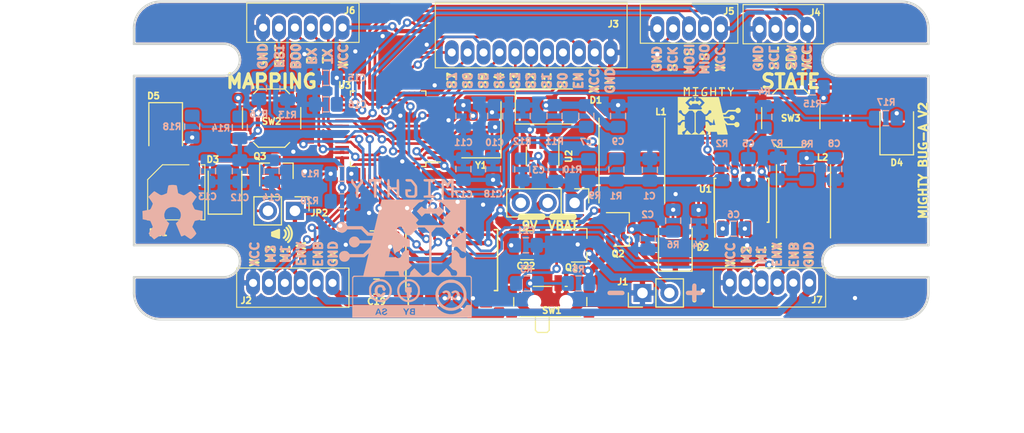
<source format=kicad_pcb>
(kicad_pcb (version 20171130) (host pcbnew 5.1.2-f72e74a~84~ubuntu18.04.1)
  (layers (0 F.Cu signal) (31 B.Cu signal) (34 B.Paste user) (35 F.Paste user hide) (36 B.SilkS user) (37 F.SilkS user) (38 B.Mask user) (39 F.Mask user) (44 Edge.Cuts user))
  (net 0 "")
  (net 1 /BUZZER)
  (net 2 +3V3)
  (net 3 GND)
  (net 4 "Net-(D5-Pad2)")
  (net 5 /GLED)
  (net 6 /RLED)
  (net 7 "Net-(D4-Pad2)")
  (net 8 "Net-(R15-Pad2)")
  (net 9 "Net-(R14-Pad2)")
  (net 10 "Net-(C7-Pad2)")
  (net 11 +9V)
  (net 12 /VBATT)
  (net 13 /BATT_MEAS)
  (net 14 "Net-(R2-Pad2)")
  (net 15 "Net-(C3-Pad1)")
  (net 16 "Net-(R3-Pad2)")
  (net 17 "Net-(Q1-Pad1)")
  (net 18 "Net-(C5-Pad2)")
  (net 19 "Net-(D2-Pad2)")
  (net 20 "Net-(R7-Pad1)")
  (net 21 "Net-(Q1-Pad2)")
  (net 22 "Net-(D1-Pad2)")
  (net 23 "Net-(BZ1-Pad2)")
  (net 24 "Net-(J1-Pad2)")
  (net 25 /LM_M1)
  (net 26 /LM_M2)
  (net 27 /RM_M2)
  (net 28 /RM_M1)
  (net 29 /RM_PWM)
  (net 30 /RM_DIR_2)
  (net 31 /RM_DIR_1)
  (net 32 /LM_DIR_1)
  (net 33 /LM_DIR_2)
  (net 34 /LM_PWM)
  (net 35 "Net-(C6-Pad2)")
  (net 36 "Net-(C6-Pad1)")
  (net 37 "Net-(C5-Pad1)")
  (net 38 "Net-(C4-Pad1)")
  (net 39 /BT_2)
  (net 40 /OSCIN)
  (net 41 /OSCOUT)
  (net 42 /RESET)
  (net 43 /SENSOR0)
  (net 44 /SENSOR1)
  (net 45 /SENSOR2)
  (net 46 /SENSOR3)
  (net 47 /SENSOR4)
  (net 48 /SENSOR5)
  (net 49 /SENSOR6)
  (net 50 /SENSOR7)
  (net 51 /SENSOR_EN)
  (net 52 /SCL)
  (net 53 /SDA)
  (net 54 /MISO)
  (net 55 /MOSI)
  (net 56 /USART_TX)
  (net 57 /USART_RX)
  (net 58 "Net-(U3-Pad34)")
  (net 59 "Net-(U3-Pad37)")
  (net 60 /LM_OUT_A)
  (net 61 /LM_OUT_B)
  (net 62 /RM_OUT_A)
  (net 63 /RM_OUT_B)
  (net 64 "Net-(SW1-Pad3)")
  (net 65 "Net-(C7-Pad1)")
  (net 66 /BT_1)
  (net 67 /SCK)
  (net 68 "Net-(BZ1-Pad1)")
  (net 69 /BOOT0)
  (net 70 "Net-(Q3-Pad1)")
  (module Escritorio:bug_a_logo (layer B.Cu) (at 125.25 91.35 180)
    (fp_text reference G*** hide)
    (fp_text value LOGO hide)
  )
  (module Escritorio:cc_by_sa (layer B.Cu) (at 126.25 97.85 180)
    (fp_text reference G*** hide)
    (fp_text value LOGO hide)
  )
  (module Escritorio:osh_logo (layer B.Cu) (at 103.65 89.85 180)
    (fp_text reference G*** hide)
    (fp_text value LOGO hide)
  )
  (module Escritorio:bug_a_logo_mini (layer F.Cu) (at 154.3 80.3)
    (fp_text reference G*** hide)
    (fp_text value LOGO hide)
  )
  (module Package_TO_SOT_SMD:SOT-23 (layer F.Cu) (at 113.45 86 90)
    (fp_text reference Q3 (at 1.4 -1.55 180) (layer F.SilkS) (effects (font (size 0.6 0.6))))
    (fp_text value Q_NPN_BEC)
    (pad 3 smd rect (at 1 0 90) (size 0.9 0.8) (layers F.Cu F.Paste F.Mask) (net 23 "Net-(BZ1-Pad2)"))
    (pad 2 smd rect (at -1 0.95 90) (size 0.9 0.8) (layers F.Cu F.Paste F.Mask) (net 3 GND))
    (pad 1 smd rect (at -1 -0.95 90) (size 0.9 0.8) (layers F.Cu F.Paste F.Mask) (net 70 "Net-(Q3-Pad1)"))
  )
  (module Escritorio:SOIC-8-1EP_3.9x4.9mm_P1.27mm_EP2.35x2.35mm (layer F.Cu) (at 157.35 88.75 90)
    (fp_text reference U1 (at 1.05 -3.4 180) (layer F.SilkS) (effects (font (size 0.6 0.6))))
    (fp_text value MP2307DN)
    (pad 1 smd rect (at -2.7 -1.905 90) (size 1.55 0.6) (layers F.Cu F.Paste F.Mask) (net 35 "Net-(C6-Pad2)"))
    (pad 2 smd rect (at -2.7 -0.635 90) (size 1.55 0.6) (layers F.Cu F.Paste F.Mask) (net 12 /VBATT))
    (pad 3 smd rect (at -2.7 0.635 90) (size 1.55 0.6) (layers F.Cu F.Paste F.Mask) (net 36 "Net-(C6-Pad1)"))
    (pad 4 smd rect (at -2.7 1.905 90) (size 1.55 0.6) (layers F.Cu F.Paste F.Mask) (net 3 GND))
    (pad 5 smd rect (at 2.7 1.905 90) (size 1.55 0.6) (layers F.Cu F.Paste F.Mask) (net 20 "Net-(R7-Pad1)"))
    (pad 6 smd rect (at 2.7 0.635 90) (size 1.55 0.6) (layers F.Cu F.Paste F.Mask) (net 37 "Net-(C5-Pad1)"))
    (pad 7 smd rect (at 2.7 -0.635 90) (size 1.55 0.6) (layers F.Cu F.Paste F.Mask) (net 14 "Net-(R2-Pad2)"))
    (pad 8 smd rect (at 2.7 -1.905 90) (size 1.55 0.6) (layers F.Cu F.Paste F.Mask) (net 38 "Net-(C4-Pad1)"))
    (pad 4 smd rect (at 0 0 90) (size 2.35 2.35) (layers F.Cu F.Mask) (net 3 GND))
  )
  (module Package_TO_SOT_SMD:TSOT-23-5 (layer F.Cu) (at 138.6 84.6 270)
    (fp_text reference U2 (at 0 -2.45 90) (layer F.SilkS) (effects (font (size 0.6 0.6))))
    (fp_text value SC4503)
    (pad 5 smd rect (at 1.31 -0.95 270) (size 1.22 0.65) (layers F.Cu F.Paste F.Mask) (net 12 /VBATT))
    (pad 4 smd rect (at 1.31 0.95 270) (size 1.22 0.65) (layers F.Cu F.Paste F.Mask) (net 15 "Net-(C3-Pad1)"))
    (pad 3 smd rect (at -1.31 0.95 270) (size 1.22 0.65) (layers F.Cu F.Paste F.Mask) (net 10 "Net-(C7-Pad2)"))
    (pad 2 smd rect (at -1.31 0 270) (size 1.22 0.65) (layers F.Cu F.Paste F.Mask) (net 3 GND))
    (pad 1 smd rect (at -1.31 -0.95 270) (size 1.22 0.65) (layers F.Cu F.Paste F.Mask) (net 22 "Net-(D1-Pad2)"))
  )
  (module Escritorio:tb6612fng (layer F.Cu) (at 130 94.4 90)
    (fp_text reference U4 (at 3.79 -5.01 180) (layer F.SilkS) (effects (font (size 0.6 0.6))))
    (fp_text value TB6612FNG)
    (pad 17 smd rect (at 3.6 3.25 90) (size 1.75 1.1) (layers F.Cu F.Paste F.Mask) (net 11 +9V))
    (pad 6 smd rect (at -3.6 3.25 90) (size 1.75 1.1) (layers F.Cu F.Paste F.Mask) (net 28 /RM_M1))
    (pad 5 smd rect (at -3.6 1.95 90) (size 1.75 1.1) (layers F.Cu F.Paste F.Mask) (net 3 GND))
    (pad 4 smd rect (at -3.6 0.65 90) (size 1.75 1.1) (layers F.Cu F.Paste F.Mask) (net 27 /RM_M2))
    (pad 3 smd rect (at -3.6 -0.65 90) (size 1.75 1.1) (layers F.Cu F.Paste F.Mask) (net 26 /LM_M2))
    (pad 2 smd rect (at -3.6 -1.95 90) (size 1.75 1.1) (layers F.Cu F.Paste F.Mask) (net 3 GND))
    (pad 1 smd rect (at -3.6 -3.25 90) (size 1.75 1.1) (layers F.Cu F.Paste F.Mask) (net 25 /LM_M1))
    (pad 7 smd rect (at 3.6 -3.575 90) (size 1.75 0.45) (layers F.Cu F.Paste F.Mask) (net 11 +9V))
    (pad 8 smd rect (at 3.6 -2.925 90) (size 1.75 0.45) (layers F.Cu F.Paste F.Mask) (net 34 /LM_PWM))
    (pad 9 smd rect (at 3.6 -2.275 90) (size 1.75 0.45) (layers F.Cu F.Paste F.Mask) (net 33 /LM_DIR_2))
    (pad 10 smd rect (at 3.6 -1.625 90) (size 1.75 0.45) (layers F.Cu F.Paste F.Mask) (net 32 /LM_DIR_1))
    (pad 11 smd rect (at 3.6 -0.975 90) (size 1.75 0.45) (layers F.Cu F.Paste F.Mask) (net 2 +3V3))
    (pad 12 smd rect (at 3.6 -0.325 90) (size 1.75 0.45) (layers F.Cu F.Paste F.Mask) (net 2 +3V3))
    (pad 13 smd rect (at 3.6 0.325 90) (size 1.75 0.45) (layers F.Cu F.Paste F.Mask) (net 3 GND))
    (pad 14 smd rect (at 3.6 0.975 90) (size 1.75 0.45) (layers F.Cu F.Paste F.Mask) (net 31 /RM_DIR_1))
    (pad 15 smd rect (at 3.6 1.625 90) (size 1.75 0.45) (layers F.Cu F.Paste F.Mask) (net 30 /RM_DIR_2))
    (pad 16 smd rect (at 3.6 2.275 90) (size 1.75 0.45) (layers F.Cu F.Paste F.Mask) (net 29 /RM_PWM))
  )
  (module Diode_SMD:D_SMA (layer F.Cu) (at 139.4 79.9)
    (fp_text reference D1 (at 4.2 -0.6) (layer F.SilkS) (effects (font (size 0.6 0.6))))
    (fp_text value B220A-13-F)
    (pad 1 smd rect (at -2 0) (size 2.5 1.8) (layers F.Cu F.Paste F.Mask) (net 65 "Net-(C7-Pad1)"))
    (pad 2 smd rect (at 2 0) (size 2.5 1.8) (layers F.Cu F.Paste F.Mask) (net 22 "Net-(D1-Pad2)"))
  )
  (module Package_QFP:LQFP-48_7x7mm_P0.5mm (layer F.Cu) (at 124 82 180)
    (fp_text reference U3 (at 4.1 4.1 180) (layer F.SilkS) (effects (font (size 0.6 0.6))))
    (fp_text value STM32F103C8Tx)
    (pad 1 smd rect (at -4.35 -2.75 180) (size 1.3 0.25) (layers F.Cu F.Paste F.Mask) (net 2 +3V3))
    (pad 2 smd rect (at -4.35 -2.25 180) (size 1.3 0.25) (layers F.Cu F.Paste F.Mask) (net 5 /GLED))
    (pad 3 smd rect (at -4.35 -1.75 180) (size 1.3 0.25) (layers F.Cu F.Paste F.Mask) (net 39 /BT_2))
    (pad 4 smd rect (at -4.35 -1.25 180) (size 1.3 0.25) (layers F.Cu F.Paste F.Mask) (net 66 /BT_1))
    (pad 5 smd rect (at -4.35 -0.75 180) (size 1.3 0.25) (layers F.Cu F.Paste F.Mask) (net 40 /OSCIN))
    (pad 6 smd rect (at -4.35 -0.25 180) (size 1.3 0.25) (layers F.Cu F.Paste F.Mask) (net 41 /OSCOUT))
    (pad 7 smd rect (at -4.35 0.25 180) (size 1.3 0.25) (layers F.Cu F.Paste F.Mask) (net 42 /RESET))
    (pad 8 smd rect (at -4.35 0.75 180) (size 1.3 0.25) (layers F.Cu F.Paste F.Mask) (net 3 GND))
    (pad 9 smd rect (at -4.35 1.25 180) (size 1.3 0.25) (layers F.Cu F.Paste F.Mask) (net 2 +3V3))
    (pad 10 smd rect (at -4.35 1.75 180) (size 1.3 0.25) (layers F.Cu F.Paste F.Mask) (net 43 /SENSOR0))
    (pad 11 smd rect (at -4.35 2.25 180) (size 1.3 0.25) (layers F.Cu F.Paste F.Mask) (net 44 /SENSOR1))
    (pad 12 smd rect (at -4.35 2.75 180) (size 1.3 0.25) (layers F.Cu F.Paste F.Mask) (net 45 /SENSOR2))
    (pad 13 smd rect (at -2.75 4.35 270) (size 1.3 0.25) (layers F.Cu F.Paste F.Mask) (net 46 /SENSOR3))
    (pad 14 smd rect (at -2.25 4.35 270) (size 1.3 0.25) (layers F.Cu F.Paste F.Mask) (net 47 /SENSOR4))
    (pad 15 smd rect (at -1.75 4.35 270) (size 1.3 0.25) (layers F.Cu F.Paste F.Mask) (net 48 /SENSOR5))
    (pad 16 smd rect (at -1.25 4.35 270) (size 1.3 0.25) (layers F.Cu F.Paste F.Mask) (net 49 /SENSOR6))
    (pad 17 smd rect (at -0.75 4.35 270) (size 1.3 0.25) (layers F.Cu F.Paste F.Mask) (net 50 /SENSOR7))
    (pad 18 smd rect (at -0.25 4.35 270) (size 1.3 0.25) (layers F.Cu F.Paste F.Mask) (net 13 /BATT_MEAS))
    (pad 19 smd rect (at 0.25 4.35 270) (size 1.3 0.25) (layers F.Cu F.Paste F.Mask) (net 51 /SENSOR_EN))
    (pad 20 smd rect (at 0.75 4.35 270) (size 1.3 0.25) (layers F.Cu F.Paste F.Mask) (net 3 GND))
    (pad 21 smd rect (at 1.25 4.35 270) (size 1.3 0.25) (layers F.Cu F.Paste F.Mask) (net 52 /SCL))
    (pad 22 smd rect (at 1.75 4.35 270) (size 1.3 0.25) (layers F.Cu F.Paste F.Mask) (net 53 /SDA))
    (pad 23 smd rect (at 2.25 4.35 270) (size 1.3 0.25) (layers F.Cu F.Paste F.Mask) (net 3 GND))
    (pad 24 smd rect (at 2.75 4.35 270) (size 1.3 0.25) (layers F.Cu F.Paste F.Mask) (net 2 +3V3))
    (pad 25 smd rect (at 4.35 2.75 180) (size 1.3 0.25) (layers F.Cu F.Paste F.Mask) (net 6 /RLED))
    (pad 26 smd rect (at 4.35 2.25 180) (size 1.3 0.25) (layers F.Cu F.Paste F.Mask) (net 67 /SCK))
    (pad 27 smd rect (at 4.35 1.75 180) (size 1.3 0.25) (layers F.Cu F.Paste F.Mask) (net 54 /MISO))
    (pad 28 smd rect (at 4.35 1.25 180) (size 1.3 0.25) (layers F.Cu F.Paste F.Mask) (net 55 /MOSI))
    (pad 29 smd rect (at 4.35 0.75 180) (size 1.3 0.25) (layers F.Cu F.Paste F.Mask) (net 34 /LM_PWM))
    (pad 30 smd rect (at 4.35 0.25 180) (size 1.3 0.25) (layers F.Cu F.Paste F.Mask) (net 56 /USART_TX))
    (pad 31 smd rect (at 4.35 -0.25 180) (size 1.3 0.25) (layers F.Cu F.Paste F.Mask) (net 57 /USART_RX))
    (pad 32 smd rect (at 4.35 -0.75 180) (size 1.3 0.25) (layers F.Cu F.Paste F.Mask) (net 29 /RM_PWM))
    (pad 33 smd rect (at 4.35 -1.25 180) (size 1.3 0.25) (layers F.Cu F.Paste F.Mask) (net 33 /LM_DIR_2))
    (pad 34 smd rect (at 4.35 -1.75 180) (size 1.3 0.25) (layers F.Cu F.Paste F.Mask) (net 58 "Net-(U3-Pad34)"))
    (pad 35 smd rect (at 4.35 -2.25 180) (size 1.3 0.25) (layers F.Cu F.Paste F.Mask) (net 3 GND))
    (pad 36 smd rect (at 4.35 -2.75 180) (size 1.3 0.25) (layers F.Cu F.Paste F.Mask) (net 2 +3V3))
    (pad 37 smd rect (at 2.75 -4.35 270) (size 1.3 0.25) (layers F.Cu F.Paste F.Mask) (net 59 "Net-(U3-Pad37)"))
    (pad 38 smd rect (at 2.25 -4.35 270) (size 1.3 0.25) (layers F.Cu F.Paste F.Mask) (net 60 /LM_OUT_A))
    (pad 39 smd rect (at 1.75 -4.35 270) (size 1.3 0.25) (layers F.Cu F.Paste F.Mask) (net 61 /LM_OUT_B))
    (pad 40 smd rect (at 1.25 -4.35 270) (size 1.3 0.25) (layers F.Cu F.Paste F.Mask) (net 1 /BUZZER))
    (pad 41 smd rect (at 0.75 -4.35 270) (size 1.3 0.25) (layers F.Cu F.Paste F.Mask) (net 32 /LM_DIR_1))
    (pad 42 smd rect (at 0.25 -4.35 270) (size 1.3 0.25) (layers F.Cu F.Paste F.Mask) (net 62 /RM_OUT_A))
    (pad 43 smd rect (at -0.25 -4.35 270) (size 1.3 0.25) (layers F.Cu F.Paste F.Mask) (net 63 /RM_OUT_B))
    (pad 44 smd rect (at -0.75 -4.35 270) (size 1.3 0.25) (layers F.Cu F.Paste F.Mask) (net 69 /BOOT0))
    (pad 45 smd rect (at -1.25 -4.35 270) (size 1.3 0.25) (layers F.Cu F.Paste F.Mask) (net 31 /RM_DIR_1))
    (pad 46 smd rect (at -1.75 -4.35 270) (size 1.3 0.25) (layers F.Cu F.Paste F.Mask) (net 30 /RM_DIR_2))
    (pad 47 smd rect (at -2.25 -4.35 270) (size 1.3 0.25) (layers F.Cu F.Paste F.Mask) (net 3 GND))
    (pad 48 smd rect (at -2.75 -4.35 270) (size 1.3 0.25) (layers F.Cu F.Paste F.Mask) (net 2 +3V3))
  )
  (module Resistor_SMD:R_0805_2012Metric_Pad1.15x1.40mm_HandSolder (layer B.Cu) (at 114.5 78.225 270)
    (fp_text reference R13 (at 2.475 0) (layer B.SilkS) (effects (font (size 0.6 0.6)) (justify mirror)))
    (fp_text value 10k)
    (pad 2 smd roundrect (at 1.025 0 270) (size 1.15 1.4) (layers B.Cu B.Paste B.Mask) (roundrect_rratio 0.217391) (net 3 GND))
    (pad 1 smd roundrect (at -1.025 0 270) (size 1.15 1.4) (layers B.Cu B.Paste B.Mask) (roundrect_rratio 0.217391) (net 69 /BOOT0))
  )
  (module Resistor_SMD:R_0805_2012Metric_Pad1.15x1.40mm_HandSolder (layer B.Cu) (at 111.8 78.175 90)
    (fp_text reference R16 (at -2.433 -0.01 180) (layer B.SilkS) (effects (font (size 0.6 0.6)) (justify mirror)))
    (fp_text value 10k)
    (pad 1 smd roundrect (at -1.025 0 90) (size 1.15 1.4) (layers B.Cu B.Paste B.Mask) (roundrect_rratio 0.217391) (net 2 +3V3))
    (pad 2 smd roundrect (at 1.025 0 90) (size 1.15 1.4) (layers B.Cu B.Paste B.Mask) (roundrect_rratio 0.217391) (net 42 /RESET))
  )
  (module Resistor_SMD:R_0805_2012Metric_Pad1.15x1.40mm_HandSolder (layer B.Cu) (at 150.9 90.675 90)
    (fp_text reference R6 (at -2.275 0 180) (layer B.SilkS) (effects (font (size 0.6 0.6)) (justify mirror)))
    (fp_text value 10K)
    (pad 2 smd roundrect (at 1.025 0 90) (size 1.15 1.4) (layers B.Cu B.Paste B.Mask) (roundrect_rratio 0.217391) (net 19 "Net-(D2-Pad2)"))
    (pad 1 smd roundrect (at -1.025 0 90) (size 1.15 1.4) (layers B.Cu B.Paste B.Mask) (roundrect_rratio 0.217391) (net 12 /VBATT))
  )
  (module LED_SMD:LED_1210_3225Metric_Pad1.42x2.65mm_HandSolder (layer F.Cu) (at 172 82 90)
    (fp_text reference D4 (at -3.2 0 180) (layer F.SilkS) (effects (font (size 0.6 0.6))))
    (fp_text value LED_RED)
    (pad 1 smd roundrect (at -1.4875 0 90) (size 1.425 2.65) (layers F.Cu F.Paste F.Mask) (roundrect_rratio 0.175439) (net 3 GND))
    (pad 2 smd roundrect (at 1.4875 0 90) (size 1.425 2.65) (layers F.Cu F.Paste F.Mask) (roundrect_rratio 0.175439) (net 7 "Net-(D4-Pad2)"))
  )
  (module Escritorio:B6B-ZR (layer F.Cu) (at 115.95 72 180)
    (fp_text reference J6 (at -4.42 1.16 180) (layer F.SilkS) (effects (font (size 0.6 0.6))))
    (fp_text value B6B-ZR)
    (pad 3 thru_hole oval (at -0.75 -0.45 180) (size 1.3 2.286) (drill 0.762) (layers *.Cu *.Mask) (net 57 /USART_RX))
    (pad 4 thru_hole oval (at 0.75 -0.45 180) (size 1.3 2.286) (drill 0.762) (layers *.Cu *.Mask) (net 69 /BOOT0))
    (pad 2 thru_hole oval (at -2.25 -0.45 180) (size 1.3 2.286) (drill 0.762) (layers *.Cu *.Mask) (net 56 /USART_TX))
    (pad 1 thru_hole oval (at -3.75 -0.45 180) (size 1.3 2.286) (drill 0.762) (layers *.Cu *.Mask) (net 2 +3V3))
    (pad 5 thru_hole oval (at 2.25 -0.45 180) (size 1.3 2.286) (drill 0.762) (layers *.Cu *.Mask) (net 42 /RESET))
    (pad 6 thru_hole oval (at 3.75 -0.45 180) (size 1.3 2.286) (drill 0.762) (layers *.Cu *.Mask) (net 3 GND))
  )
  (module Escritorio:S11B-ZR (layer F.Cu) (at 137.5 74.8 180)
    (fp_text reference J3 (at -7.75 2.68 180) (layer F.SilkS) (effects (font (size 0.6 0.6))))
    (fp_text value S11B-ZR)
    (pad 3 thru_hole oval (at -4.5 0 180) (size 1.3 2.286) (drill 0.762) (layers *.Cu *.Mask) (net 51 /SENSOR_EN))
    (pad 4 thru_hole oval (at -3 0 180) (size 1.3 2.286) (drill 0.762) (layers *.Cu *.Mask) (net 43 /SENSOR0))
    (pad 2 thru_hole oval (at -6 0 180) (size 1.3 2.286) (drill 0.762) (layers *.Cu *.Mask) (net 2 +3V3))
    (pad 1 thru_hole oval (at -7.5 0 180) (size 1.3 2.286) (drill 0.762) (layers *.Cu *.Mask) (net 3 GND))
    (pad 5 thru_hole oval (at -1.5 0 180) (size 1.3 2.286) (drill 0.762) (layers *.Cu *.Mask) (net 44 /SENSOR1))
    (pad 6 thru_hole oval (at 0 0 180) (size 1.3 2.286) (drill 0.762) (layers *.Cu *.Mask) (net 45 /SENSOR2))
    (pad 7 thru_hole oval (at 1.5 0 180) (size 1.3 2.286) (drill 0.762) (layers *.Cu *.Mask) (net 46 /SENSOR3))
    (pad 8 thru_hole oval (at 3 0 180) (size 1.3 2.286) (drill 0.762) (layers *.Cu *.Mask) (net 47 /SENSOR4))
    (pad 9 thru_hole oval (at 4.5 0 180) (size 1.3 2.286) (drill 0.762) (layers *.Cu *.Mask) (net 48 /SENSOR5))
    (pad 10 thru_hole oval (at 6 0 180) (size 1.3 2.286) (drill 0.762) (layers *.Cu *.Mask) (net 49 /SENSOR6))
    (pad 11 thru_hole oval (at 7.5 0 180) (size 1.3 2.286) (drill 0.762) (layers *.Cu *.Mask) (net 50 /SENSOR7))
  )
  (module Crystal:Crystal_SMD_5032-4Pin_5.0x3.2mm (layer F.Cu) (at 132.8 82.1 90)
    (fp_text reference Y1 (at -3.35 -0.03 180) (layer F.SilkS) (effects (font (size 0.6 0.6))))
    (fp_text value Crystal_GND24)
    (pad 1 smd rect (at -1.65 1 90) (size 1.6 1.3) (layers F.Cu F.Paste F.Mask) (net 40 /OSCIN))
    (pad 2 smd rect (at 1.65 1 90) (size 1.6 1.3) (layers F.Cu F.Paste F.Mask) (net 3 GND))
    (pad 3 smd rect (at 1.65 -1 90) (size 1.6 1.3) (layers F.Cu F.Paste F.Mask) (net 41 /OSCOUT))
    (pad 4 smd rect (at -1.65 -1 90) (size 1.6 1.3) (layers F.Cu F.Paste F.Mask) (net 3 GND))
  )
  (module Resistor_SMD:R_0805_2012Metric_Pad1.15x1.40mm_HandSolder (layer B.Cu) (at 145.542 85.861 90)
    (fp_text reference R1 (at -2.489 -0.042 180) (layer B.SilkS) (effects (font (size 0.6 0.6)) (justify mirror)))
    (fp_text value 10k)
    (pad 1 smd roundrect (at -1.025 0 90) (size 1.15 1.4) (layers B.Cu B.Paste B.Mask) (roundrect_rratio 0.217391) (net 12 /VBATT))
    (pad 2 smd roundrect (at 1.025 0 90) (size 1.15 1.4) (layers B.Cu B.Paste B.Mask) (roundrect_rratio 0.217391) (net 15 "Net-(C3-Pad1)"))
  )
  (module Package_TO_SOT_SMD:SOT-23 (layer F.Cu) (at 146 91.5)
    (fp_text reference Q2 (at -0.3 2.3) (layer F.SilkS) (effects (font (size 0.6 0.6))))
    (fp_text value SI2369DS)
    (pad 3 smd rect (at 1 0) (size 0.9 0.8) (layers F.Cu F.Paste F.Mask) (net 12 /VBATT))
    (pad 2 smd rect (at -1 0.95) (size 0.9 0.8) (layers F.Cu F.Paste F.Mask) (net 21 "Net-(Q1-Pad2)"))
    (pad 1 smd rect (at -1 -0.95) (size 0.9 0.8) (layers F.Cu F.Paste F.Mask) (net 17 "Net-(Q1-Pad1)"))
  )
  (module Inductor_SMD:L_Taiyo-Yuden_NR-50xx_HandSoldering (layer F.Cu) (at 163.2 88.85 90)
    (fp_text reference L2 (at 4.15 1.8 180) (layer F.SilkS) (effects (font (size 0.6 0.6))))
    (fp_text value 10uH)
    (pad 1 smd rect (at -2.25 0 90) (size 2.4 4.2) (layers F.Cu F.Paste F.Mask) (net 36 "Net-(C6-Pad1)"))
    (pad 2 smd rect (at 2.25 0 90) (size 2.4 4.2) (layers F.Cu F.Paste F.Mask) (net 2 +3V3))
  )
  (module Connector_PinHeader_2.54mm:PinHeader_1x02_P2.54mm_Vertical (layer F.Cu) (at 148 97.5 90)
    (fp_text reference J1 (at 1.05 -1.85 180) (layer F.SilkS) (effects (font (size 0.6 0.6))))
    (fp_text value 1x2_2.54)
    (pad 1 thru_hole rect (at 0 0 90) (size 1.7 1.7) (drill 1) (layers *.Cu *.Mask) (net 3 GND))
    (pad 2 thru_hole oval (at 0 2.54 90) (size 1.7 1.7) (drill 1) (layers *.Cu *.Mask) (net 24 "Net-(J1-Pad2)"))
  )
  (module Connector_PinHeader_2.54mm:PinHeader_1x02_P2.54mm_Vertical (layer F.Cu) (at 115.2 89.75 270)
    (fp_text reference JP2 (at 0.2 -2.3) (layer F.SilkS) (effects (font (size 0.6 0.6))))
    (fp_text value 1x2_2.54 hide)
    (pad 1 thru_hole rect (at 0 0 270) (size 1.7 1.7) (drill 1) (layers *.Cu *.Mask) (net 2 +3V3))
    (pad 2 thru_hole oval (at 0 2.54 270) (size 1.7 1.7) (drill 1) (layers *.Cu *.Mask) (net 68 "Net-(BZ1-Pad1)"))
  )
  (module Connector_PinHeader_2.54mm:PinHeader_1x03_P2.54mm_Vertical (layer F.Cu) (at 141.6 89 270)
    (fp_text reference JP1 hide)
    (fp_text value 1x3_2.54)
    (pad 1 thru_hole rect (at 0 0 270) (size 1.7 1.7) (drill 1) (layers *.Cu *.Mask) (net 12 /VBATT))
    (pad 2 thru_hole oval (at 0 2.54 270) (size 1.7 1.7) (drill 1) (layers *.Cu *.Mask) (net 11 +9V))
    (pad 3 thru_hole oval (at 0 5.08 270) (size 1.7 1.7) (drill 1) (layers *.Cu *.Mask) (net 65 "Net-(C7-Pad1)"))
  )
  (module Escritorio:B4B-ZR (layer F.Cu) (at 161.3 72.13 180)
    (fp_text reference J4 (at -2.99 1.1 180) (layer F.SilkS) (effects (font (size 0.6 0.6))))
    (fp_text value B4B-ZR)
    (pad 3 thru_hole oval (at 0.75 -0.45 180) (size 1.3 2.286) (drill 0.762) (layers *.Cu *.Mask) (net 52 /SCL))
    (pad 4 thru_hole oval (at 2.25 -0.45 180) (size 1.3 2.286) (drill 0.762) (layers *.Cu *.Mask) (net 3 GND))
    (pad 2 thru_hole oval (at -0.75 -0.45 180) (size 1.3 2.286) (drill 0.762) (layers *.Cu *.Mask) (net 53 /SDA))
    (pad 1 thru_hole oval (at -2.25 -0.45 180) (size 1.3 2.286) (drill 0.762) (layers *.Cu *.Mask) (net 2 +3V3))
  )
  (module Escritorio:B5B-ZR (layer F.Cu) (at 152.4 72.08 180)
    (fp_text reference J5 (at -3.76 1.17 180) (layer F.SilkS) (effects (font (size 0.6 0.6))))
    (fp_text value B5B-ZR)
    (pad 3 thru_hole oval (at 0 -0.45 180) (size 1.3 2.286) (drill 0.762) (layers *.Cu *.Mask) (net 55 /MOSI))
    (pad 4 thru_hole oval (at 1.5 -0.45 180) (size 1.3 2.286) (drill 0.762) (layers *.Cu *.Mask) (net 67 /SCK))
    (pad 2 thru_hole oval (at -1.5 -0.45 180) (size 1.3 2.286) (drill 0.762) (layers *.Cu *.Mask) (net 54 /MISO))
    (pad 1 thru_hole oval (at -3 -0.45 180) (size 1.3 2.286) (drill 0.762) (layers *.Cu *.Mask) (net 2 +3V3))
    (pad 5 thru_hole oval (at 3 -0.45 180) (size 1.3 2.286) (drill 0.762) (layers *.Cu *.Mask) (net 3 GND))
  )
  (module Escritorio:MLT-5020 (layer F.Cu) (at 104 88 90)
    (fp_text reference BZ1 (at -3.8 -1.7 180) (layer F.SilkS) (effects (font (size 0.6 0.6))))
    (fp_text value MLT-5020)
    (pad 2 smd rect (at -1.75 -1.75 90) (size 2 1) (layers F.Cu F.Paste F.Mask) (net 23 "Net-(BZ1-Pad2)"))
    (pad 1 smd rect (at -1.75 1.75 90) (size 2 1) (layers F.Cu F.Paste F.Mask) (net 68 "Net-(BZ1-Pad1)"))
    (pad 2 smd rect (at 1.8 1.75 90) (size 2 1) (layers F.Cu F.Paste F.Mask) (net 23 "Net-(BZ1-Pad2)"))
  )
  (module Escritorio:B6B-ZR (layer F.Cu) (at 159.99 96.98)
    (fp_text reference J7 (at 4.48 1.18) (layer F.SilkS) (effects (font (size 0.6 0.6))))
    (fp_text value B6B-ZR)
    (pad 6 thru_hole oval (at 3.75 -0.45) (size 1.3 2.286) (drill 0.762) (layers *.Cu *.Mask) (net 28 /RM_M1))
    (pad 5 thru_hole oval (at 2.25 -0.45) (size 1.3 2.286) (drill 0.762) (layers *.Cu *.Mask) (net 27 /RM_M2))
    (pad 1 thru_hole oval (at -3.75 -0.45) (size 1.3 2.286) (drill 0.762) (layers *.Cu *.Mask) (net 3 GND))
    (pad 2 thru_hole oval (at -2.25 -0.45) (size 1.3 2.286) (drill 0.762) (layers *.Cu *.Mask) (net 63 /RM_OUT_B))
    (pad 4 thru_hole oval (at 0.75 -0.45) (size 1.3 2.286) (drill 0.762) (layers *.Cu *.Mask) (net 2 +3V3))
    (pad 3 thru_hole oval (at -0.75 -0.45) (size 1.3 2.286) (drill 0.762) (layers *.Cu *.Mask) (net 62 /RM_OUT_A))
  )
  (module Escritorio:B6B-ZR (layer F.Cu) (at 115 97)
    (fp_text reference J2 (at -4.4 1.21) (layer F.SilkS) (effects (font (size 0.6 0.6))))
    (fp_text value B6B-ZR)
    (pad 3 thru_hole oval (at -0.75 -0.45) (size 1.3 2.286) (drill 0.762) (layers *.Cu *.Mask) (net 60 /LM_OUT_A))
    (pad 4 thru_hole oval (at 0.75 -0.45) (size 1.3 2.286) (drill 0.762) (layers *.Cu *.Mask) (net 2 +3V3))
    (pad 2 thru_hole oval (at -2.25 -0.45) (size 1.3 2.286) (drill 0.762) (layers *.Cu *.Mask) (net 61 /LM_OUT_B))
    (pad 1 thru_hole oval (at -3.75 -0.45) (size 1.3 2.286) (drill 0.762) (layers *.Cu *.Mask) (net 3 GND))
    (pad 5 thru_hole oval (at 2.25 -0.45) (size 1.3 2.286) (drill 0.762) (layers *.Cu *.Mask) (net 26 /LM_M2))
    (pad 6 thru_hole oval (at 3.75 -0.45) (size 1.3 2.286) (drill 0.762) (layers *.Cu *.Mask) (net 25 /LM_M1))
  )
  (module Inductor_SMD:L_1210_3225Metric_Pad1.42x2.65mm_HandSolder (layer F.Cu) (at 122.9 93 180)
    (fp_text reference C20 (at 0 -1.95 180) (layer F.SilkS) (effects (font (size 0.6 0.6))))
    (fp_text value 10uF)
    (pad 2 smd roundrect (at 1.4875 0 180) (size 1.425 2.65) (layers F.Cu F.Paste F.Mask) (roundrect_rratio 0.175439) (net 3 GND))
    (pad 1 smd roundrect (at -1.4875 0 180) (size 1.425 2.65) (layers F.Cu F.Paste F.Mask) (roundrect_rratio 0.175439) (net 2 +3V3))
  )
  (module Inductor_SMD:L_1210_3225Metric_Pad1.42x2.65mm_HandSolder (layer F.Cu) (at 137.1 93)
    (fp_text reference C22 (at -0.1 1.95) (layer F.SilkS) (effects (font (size 0.6 0.6))))
    (fp_text value 10uF)
    (pad 1 smd roundrect (at -1.4875 0) (size 1.425 2.65) (layers F.Cu F.Paste F.Mask) (roundrect_rratio 0.175439) (net 11 +9V))
    (pad 2 smd roundrect (at 1.4875 0) (size 1.425 2.65) (layers F.Cu F.Paste F.Mask) (roundrect_rratio 0.175439) (net 3 GND))
  )
  (module Inductor_SMD:L_Taiyo-Yuden_NR-60xx_HandSoldering (layer F.Cu) (at 147 85 90)
    (fp_text reference L1 (at 4.6 2.75 180) (layer F.SilkS) (effects (font (size 0.6 0.6))))
    (fp_text value 4.7uH)
    (pad 1 smd rect (at -2.775 0 90) (size 2.45 5.9) (layers F.Cu F.Paste F.Mask) (net 12 /VBATT))
    (pad 2 smd rect (at 2.775 0 90) (size 2.45 5.9) (layers F.Cu F.Paste F.Mask) (net 22 "Net-(D1-Pad2)"))
  )
  (module Button_Switch_SMD:SW_SPDT_PCM12 (layer F.Cu) (at 139.3 98)
    (fp_text reference SW1 (at 0.15 1.15) (layer F.SilkS) (effects (font (size 0.6 0.6))))
    (fp_text value "Power switch")
    (pad "" smd rect (at -3.65 -0.78) (size 1 0.8) (layers F.Cu F.Paste F.Mask))
    (pad "" smd rect (at 3.65 -0.78) (size 1 0.8) (layers F.Cu F.Paste F.Mask))
    (pad "" smd rect (at 3.65 1.43) (size 1 0.8) (layers F.Cu F.Paste F.Mask))
    (pad "" smd rect (at -3.65 1.43) (size 1 0.8) (layers F.Cu F.Paste F.Mask))
    (pad 3 smd rect (at 2.25 -1.43) (size 0.7 1.5) (layers F.Cu F.Paste F.Mask) (net 64 "Net-(SW1-Pad3)"))
    (pad 2 smd rect (at 0.75 -1.43) (size 0.7 1.5) (layers F.Cu F.Paste F.Mask) (net 3 GND))
    (pad 1 smd rect (at -2.25 -1.43) (size 0.7 1.5) (layers F.Cu F.Paste F.Mask) (net 16 "Net-(R3-Pad2)"))
    (pad "" np_thru_hole circle (at 1.5 0.33) (size 0.9 0.9) (drill 0.9) (layers *.Cu *.Mask))
    (pad "" np_thru_hole circle (at -1.5 0.33) (size 0.9 0.9) (drill 0.9) (layers *.Cu *.Mask))
  )
  (module Button_Switch_SMD:SW_SPST_TL3342 (layer F.Cu) (at 113 81)
    (fp_text reference SW2 (at 0 0.3) (layer F.SilkS) (effects (font (size 0.6 0.6))))
    (fp_text value TL3343)
    (pad 1 smd rect (at -3.15 -1.9) (size 1.7 1) (layers F.Cu F.Paste F.Mask) (net 9 "Net-(R14-Pad2)"))
    (pad 1 smd rect (at 3.15 -1.9) (size 1.7 1) (layers F.Cu F.Paste F.Mask) (net 9 "Net-(R14-Pad2)"))
    (pad 2 smd rect (at -3.15 1.9) (size 1.7 1) (layers F.Cu F.Paste F.Mask) (net 66 /BT_1))
    (pad 2 smd rect (at 3.15 1.9) (size 1.7 1) (layers F.Cu F.Paste F.Mask) (net 66 /BT_1))
  )
  (module Button_Switch_SMD:SW_SPST_TL3342 (layer F.Cu) (at 162 81)
    (fp_text reference SW3 (at 0 0) (layer F.SilkS) (effects (font (size 0.6 0.6))))
    (fp_text value TL3343)
    (pad 2 smd rect (at 3.15 1.9) (size 1.7 1) (layers F.Cu F.Paste F.Mask) (net 39 /BT_2))
    (pad 2 smd rect (at -3.15 1.9) (size 1.7 1) (layers F.Cu F.Paste F.Mask) (net 39 /BT_2))
    (pad 1 smd rect (at 3.15 -1.9) (size 1.7 1) (layers F.Cu F.Paste F.Mask) (net 8 "Net-(R15-Pad2)"))
    (pad 1 smd rect (at -3.15 -1.9) (size 1.7 1) (layers F.Cu F.Paste F.Mask) (net 8 "Net-(R15-Pad2)"))
  )
  (module Capacitor_SMD:C_0805_2012Metric_Pad1.15x1.40mm_HandSolder (layer B.Cu) (at 110 86 270)
    (fp_text reference C12 (at 2.5 0) (layer B.SilkS) (effects (font (size 0.6 0.6)) (justify mirror)))
    (fp_text value 100nF)
    (pad 2 smd roundrect (at 1.025 0 270) (size 1.15 1.4) (layers B.Cu B.Paste B.Mask) (roundrect_rratio 0.217391) (net 3 GND))
    (pad 1 smd roundrect (at -1.025 0 270) (size 1.15 1.4) (layers B.Cu B.Paste B.Mask) (roundrect_rratio 0.217391) (net 2 +3V3))
  )
  (module Capacitor_SMD:C_0805_2012Metric_Pad1.15x1.40mm_HandSolder (layer B.Cu) (at 145.7 80.8 90)
    (fp_text reference C9 (at -2.4 0 180) (layer B.SilkS) (effects (font (size 0.6 0.6)) (justify mirror)))
    (fp_text value 4.7uF)
    (pad 1 smd roundrect (at -1.025 0 90) (size 1.15 1.4) (layers B.Cu B.Paste B.Mask) (roundrect_rratio 0.217391) (net 65 "Net-(C7-Pad1)"))
    (pad 2 smd roundrect (at 1.025 0 90) (size 1.15 1.4) (layers B.Cu B.Paste B.Mask) (roundrect_rratio 0.217391) (net 3 GND))
  )
  (module Capacitor_SMD:C_0805_2012Metric_Pad1.15x1.40mm_HandSolder (layer B.Cu) (at 166.1 85.8 270)
    (fp_text reference C8 (at -2.4 0) (layer B.SilkS) (effects (font (size 0.6 0.6)) (justify mirror)))
    (fp_text value 22uF)
    (pad 2 smd roundrect (at 1.025 0 270) (size 1.15 1.4) (layers B.Cu B.Paste B.Mask) (roundrect_rratio 0.217391) (net 3 GND))
    (pad 1 smd roundrect (at -1.025 0 270) (size 1.15 1.4) (layers B.Cu B.Paste B.Mask) (roundrect_rratio 0.217391) (net 2 +3V3))
  )
  (module Capacitor_SMD:C_0805_2012Metric_Pad1.15x1.40mm_HandSolder (layer B.Cu) (at 142.7 80.8 270)
    (fp_text reference C7 (at 2.45 0 180) (layer B.SilkS) (effects (font (size 0.6 0.6)) (justify mirror)))
    (fp_text value 15pF)
    (pad 1 smd roundrect (at -1.025 0 270) (size 1.15 1.4) (layers B.Cu B.Paste B.Mask) (roundrect_rratio 0.217391) (net 65 "Net-(C7-Pad1)"))
    (pad 2 smd roundrect (at 1.025 0 270) (size 1.15 1.4) (layers B.Cu B.Paste B.Mask) (roundrect_rratio 0.217391) (net 10 "Net-(C7-Pad2)"))
  )
  (module Capacitor_SMD:C_0805_2012Metric_Pad1.15x1.40mm_HandSolder (layer B.Cu) (at 156.605 91.43 180)
    (fp_text reference C6 (at 0.005 1.33 180) (layer B.SilkS) (effects (font (size 0.6 0.6)) (justify mirror)))
    (fp_text value 10nF)
    (pad 2 smd roundrect (at 1.025 0 180) (size 1.15 1.4) (layers B.Cu B.Paste B.Mask) (roundrect_rratio 0.217391) (net 35 "Net-(C6-Pad2)"))
    (pad 1 smd roundrect (at -1.025 0 180) (size 1.15 1.4) (layers B.Cu B.Paste B.Mask) (roundrect_rratio 0.217391) (net 36 "Net-(C6-Pad1)"))
  )
  (module Capacitor_SMD:C_0805_2012Metric_Pad1.15x1.40mm_HandSolder (layer B.Cu) (at 157.988 85.8 90)
    (fp_text reference C5 (at 2.4 0.012 180) (layer B.SilkS) (effects (font (size 0.6 0.6)) (justify mirror)))
    (fp_text value 3.9nF)
    (pad 1 smd roundrect (at -1.025 0 90) (size 1.15 1.4) (layers B.Cu B.Paste B.Mask) (roundrect_rratio 0.217391) (net 37 "Net-(C5-Pad1)"))
    (pad 2 smd roundrect (at 1.025 0 90) (size 1.15 1.4) (layers B.Cu B.Paste B.Mask) (roundrect_rratio 0.217391) (net 18 "Net-(C5-Pad2)"))
  )
  (module Capacitor_SMD:C_0805_2012Metric_Pad1.15x1.40mm_HandSolder (layer B.Cu) (at 153.3 90.7 270)
    (fp_text reference C4 (at 2.3 0) (layer B.SilkS) (effects (font (size 0.6 0.6)) (justify mirror)))
    (fp_text value 100pF)
    (pad 2 smd roundrect (at 1.025 0 270) (size 1.15 1.4) (layers B.Cu B.Paste B.Mask) (roundrect_rratio 0.217391) (net 3 GND))
    (pad 1 smd roundrect (at -1.025 0 270) (size 1.15 1.4) (layers B.Cu B.Paste B.Mask) (roundrect_rratio 0.217391) (net 38 "Net-(C4-Pad1)"))
  )
  (module Capacitor_SMD:C_0805_2012Metric_Pad1.15x1.40mm_HandSolder (layer B.Cu) (at 136.652 85.843 270)
    (fp_text reference C3 (at 0.057 -1.548) (layer B.SilkS) (effects (font (size 0.6 0.6)) (justify mirror)))
    (fp_text value 56nF)
    (pad 1 smd roundrect (at -1.025 0 270) (size 1.15 1.4) (layers B.Cu B.Paste B.Mask) (roundrect_rratio 0.217391) (net 15 "Net-(C3-Pad1)"))
    (pad 2 smd roundrect (at 1.025 0 270) (size 1.15 1.4) (layers B.Cu B.Paste B.Mask) (roundrect_rratio 0.217391) (net 3 GND))
  )
  (module Capacitor_SMD:C_0805_2012Metric_Pad1.15x1.40mm_HandSolder (layer B.Cu) (at 148.5 92.375 270)
    (fp_text reference C2 (at -2.275 0) (layer B.SilkS) (effects (font (size 0.6 0.6)) (justify mirror)))
    (fp_text value 10uF)
    (pad 2 smd roundrect (at 1.025 0 270) (size 1.15 1.4) (layers B.Cu B.Paste B.Mask) (roundrect_rratio 0.217391) (net 3 GND))
    (pad 1 smd roundrect (at -1.025 0 270) (size 1.15 1.4) (layers B.Cu B.Paste B.Mask) (roundrect_rratio 0.217391) (net 12 /VBATT))
  )
  (module Capacitor_SMD:C_0805_2012Metric_Pad1.15x1.40mm_HandSolder (layer B.Cu) (at 148.7 85.875 90)
    (fp_text reference C1 (at -2.475 -0.05 180) (layer B.SilkS) (effects (font (size 0.6 0.6)) (justify mirror)))
    (fp_text value 1uF)
    (pad 1 smd roundrect (at -1.025 0 90) (size 1.15 1.4) (layers B.Cu B.Paste B.Mask) (roundrect_rratio 0.217391) (net 12 /VBATT))
    (pad 2 smd roundrect (at 1.025 0 90) (size 1.15 1.4) (layers B.Cu B.Paste B.Mask) (roundrect_rratio 0.217391) (net 3 GND))
  )
  (module Capacitor_SMD:C_0805_2012Metric_Pad1.15x1.40mm_HandSolder (layer B.Cu) (at 134.1 80.8 90)
    (fp_text reference C10 (at -2.5 -0.05 180) (layer B.SilkS) (effects (font (size 0.6 0.6)) (justify mirror)))
    (fp_text value 20pF)
    (pad 2 smd roundrect (at 1.025 0 90) (size 1.15 1.4) (layers B.Cu B.Paste B.Mask) (roundrect_rratio 0.217391) (net 3 GND))
    (pad 1 smd roundrect (at -1.025 0 90) (size 1.15 1.4) (layers B.Cu B.Paste B.Mask) (roundrect_rratio 0.217391) (net 40 /OSCIN))
  )
  (module Capacitor_SMD:C_0805_2012Metric_Pad1.15x1.40mm_HandSolder (layer B.Cu) (at 107 86 270)
    (fp_text reference C13 (at 2.4 0.05) (layer B.SilkS) (effects (font (size 0.6 0.6)) (justify mirror)))
    (fp_text value 100nF)
    (pad 1 smd roundrect (at -1.025 0 270) (size 1.15 1.4) (layers B.Cu B.Paste B.Mask) (roundrect_rratio 0.217391) (net 2 +3V3))
    (pad 2 smd roundrect (at 1.025 0 270) (size 1.15 1.4) (layers B.Cu B.Paste B.Mask) (roundrect_rratio 0.217391) (net 3 GND))
  )
  (module Capacitor_SMD:C_0805_2012Metric_Pad1.15x1.40mm_HandSolder (layer B.Cu) (at 113 86 270)
    (fp_text reference C14 (at 2.5 0) (layer B.SilkS) (effects (font (size 0.6 0.6)) (justify mirror)))
    (fp_text value 1uF)
    (pad 2 smd roundrect (at 1.025 0 270) (size 1.15 1.4) (layers B.Cu B.Paste B.Mask) (roundrect_rratio 0.217391) (net 3 GND))
    (pad 1 smd roundrect (at -1.025 0 270) (size 1.15 1.4) (layers B.Cu B.Paste B.Mask) (roundrect_rratio 0.217391) (net 2 +3V3))
  )
  (module Capacitor_SMD:C_0805_2012Metric_Pad1.15x1.40mm_HandSolder (layer B.Cu) (at 118.125 77.2 180)
    (fp_text reference C15 (at -2.925 0 180) (layer B.SilkS) (effects (font (size 0.6 0.6)) (justify mirror)))
    (fp_text value 100nF)
    (pad 1 smd roundrect (at -1.025 0 180) (size 1.15 1.4) (layers B.Cu B.Paste B.Mask) (roundrect_rratio 0.217391) (net 2 +3V3))
    (pad 2 smd roundrect (at 1.025 0 180) (size 1.15 1.4) (layers B.Cu B.Paste B.Mask) (roundrect_rratio 0.217391) (net 3 GND))
  )
  (module Capacitor_SMD:C_0805_2012Metric_Pad1.15x1.40mm_HandSolder (layer B.Cu) (at 118.125 79.7 180)
    (fp_text reference C16 (at -2.975 0 180) (layer B.SilkS) (effects (font (size 0.6 0.6)) (justify mirror)))
    (fp_text value 100nF)
    (pad 2 smd roundrect (at 1.025 0 180) (size 1.15 1.4) (layers B.Cu B.Paste B.Mask) (roundrect_rratio 0.217391) (net 3 GND))
    (pad 1 smd roundrect (at -1.025 0 180) (size 1.15 1.4) (layers B.Cu B.Paste B.Mask) (roundrect_rratio 0.217391) (net 2 +3V3))
  )
  (module Capacitor_SMD:C_0805_2012Metric_Pad1.15x1.40mm_HandSolder (layer B.Cu) (at 131.1 85.8 90)
    (fp_text reference C17 (at -2.4 0 180) (layer B.SilkS) (effects (font (size 0.6 0.6)) (justify mirror)))
    (fp_text value 100nF)
    (pad 1 smd roundrect (at -1.025 0 90) (size 1.15 1.4) (layers B.Cu B.Paste B.Mask) (roundrect_rratio 0.217391) (net 2 +3V3))
    (pad 2 smd roundrect (at 1.025 0 90) (size 1.15 1.4) (layers B.Cu B.Paste B.Mask) (roundrect_rratio 0.217391) (net 3 GND))
  )
  (module Capacitor_SMD:C_0805_2012Metric_Pad1.15x1.40mm_HandSolder (layer B.Cu) (at 133.9 85.8 90)
    (fp_text reference C18 (at -2.35 0 180) (layer B.SilkS) (effects (font (size 0.6 0.6)) (justify mirror)))
    (fp_text value 4.7uF)
    (pad 2 smd roundrect (at 1.025 0 90) (size 1.15 1.4) (layers B.Cu B.Paste B.Mask) (roundrect_rratio 0.217391) (net 3 GND))
    (pad 1 smd roundrect (at -1.025 0 90) (size 1.15 1.4) (layers B.Cu B.Paste B.Mask) (roundrect_rratio 0.217391) (net 2 +3V3))
  )
  (module Capacitor_SMD:C_0805_2012Metric_Pad1.15x1.40mm_HandSolder (layer B.Cu) (at 131.1 80.8 270)
    (fp_text reference C11 (at 2.5 0) (layer B.SilkS) (effects (font (size 0.6 0.6)) (justify mirror)))
    (fp_text value 20pF)
    (pad 1 smd roundrect (at -1.025 0 270) (size 1.15 1.4) (layers B.Cu B.Paste B.Mask) (roundrect_rratio 0.217391) (net 41 /OSCOUT))
    (pad 2 smd roundrect (at 1.025 0 270) (size 1.15 1.4) (layers B.Cu B.Paste B.Mask) (roundrect_rratio 0.217391) (net 3 GND))
  )
  (module Capacitor_SMD:C_0805_2012Metric_Pad1.15x1.40mm_HandSolder (layer B.Cu) (at 137 93)
    (fp_text reference C21 (at 0 -1.4) (layer B.SilkS) (effects (font (size 0.6 0.6)) (justify mirror)))
    (fp_text value 100nF)
    (pad 1 smd roundrect (at -1.025 0) (size 1.15 1.4) (layers B.Cu B.Paste B.Mask) (roundrect_rratio 0.217391) (net 11 +9V))
    (pad 2 smd roundrect (at 1.025 0) (size 1.15 1.4) (layers B.Cu B.Paste B.Mask) (roundrect_rratio 0.217391) (net 3 GND))
  )
  (module Capacitor_SMD:C_0805_2012Metric_Pad1.15x1.40mm_HandSolder (layer F.Cu) (at 122.9 96.9 180)
    (fp_text reference C19 (at 0 -1.4 180) (layer F.SilkS) (effects (font (size 0.6 0.6))))
    (fp_text value 100nF)
    (pad 1 smd roundrect (at -1.025 0 180) (size 1.15 1.4) (layers F.Cu F.Paste F.Mask) (roundrect_rratio 0.217391) (net 2 +3V3))
    (pad 2 smd roundrect (at 1.025 0 180) (size 1.15 1.4) (layers F.Cu F.Paste F.Mask) (roundrect_rratio 0.217391) (net 3 GND))
  )
  (module Diode_SMD:D_1210_3225Metric_Pad1.42x2.65mm_HandSolder (layer F.Cu) (at 108.6 87.6 90)
    (fp_text reference D3 (at 2.7 -1.15 180) (layer F.SilkS) (effects (font (size 0.6 0.6))))
    (fp_text value 1N4148)
    (pad 1 smd roundrect (at -1.4875 0 90) (size 1.425 2.65) (layers F.Cu F.Paste F.Mask) (roundrect_rratio 0.175439) (net 68 "Net-(BZ1-Pad1)"))
    (pad 2 smd roundrect (at 1.4875 0 90) (size 1.425 2.65) (layers F.Cu F.Paste F.Mask) (roundrect_rratio 0.175439) (net 23 "Net-(BZ1-Pad2)"))
  )
  (module LED_SMD:LED_1210_3225Metric_Pad1.42x2.65mm_HandSolder (layer F.Cu) (at 151.1 92.9875 90)
    (fp_text reference D2 (at -0.2125 2.6 -180) (layer F.SilkS) (effects (font (size 0.6 0.6))))
    (fp_text value LED_GREEN)
    (pad 1 smd roundrect (at -1.4875 0 90) (size 1.425 2.65) (layers F.Cu F.Paste F.Mask) (roundrect_rratio 0.175439) (net 3 GND))
    (pad 2 smd roundrect (at 1.4875 0 90) (size 1.425 2.65) (layers F.Cu F.Paste F.Mask) (roundrect_rratio 0.175439) (net 19 "Net-(D2-Pad2)"))
  )
  (module LED_SMD:LED_1210_3225Metric_Pad1.42x2.65mm_HandSolder (layer F.Cu) (at 103 82 270)
    (fp_text reference D5 (at -3.1 1.15) (layer F.SilkS) (effects (font (size 0.6 0.6))))
    (fp_text value LED_BLUE)
    (pad 2 smd roundrect (at 1.4875 0 270) (size 1.425 2.65) (layers F.Cu F.Paste F.Mask) (roundrect_rratio 0.175439) (net 4 "Net-(D5-Pad2)"))
    (pad 1 smd roundrect (at -1.4875 0 270) (size 1.425 2.65) (layers F.Cu F.Paste F.Mask) (roundrect_rratio 0.175439) (net 3 GND))
  )
  (module Package_TO_SOT_SMD:SOT-23 (layer F.Cu) (at 142 93)
    (fp_text reference Q1 (at -0.7 2.1) (layer F.SilkS) (effects (font (size 0.6 0.6))))
    (fp_text value SI2369DS)
    (pad 1 smd rect (at -1 -0.95) (size 0.9 0.8) (layers F.Cu F.Paste F.Mask) (net 17 "Net-(Q1-Pad1)"))
    (pad 2 smd rect (at -1 0.95) (size 0.9 0.8) (layers F.Cu F.Paste F.Mask) (net 21 "Net-(Q1-Pad2)"))
    (pad 3 smd rect (at 1 0) (size 0.9 0.8) (layers F.Cu F.Paste F.Mask) (net 24 "Net-(J1-Pad2)"))
  )
  (module Resistor_SMD:R_0805_2012Metric_Pad1.15x1.40mm_HandSolder (layer B.Cu) (at 141.975 96.6 180)
    (fp_text reference R5 (at 0.025 1.35) (layer B.SilkS) (effects (font (size 0.6 0.6)) (justify mirror)))
    (fp_text value 100K)
    (pad 2 smd roundrect (at 1.025 0 180) (size 1.15 1.4) (layers B.Cu B.Paste B.Mask) (roundrect_rratio 0.217391) (net 16 "Net-(R3-Pad2)"))
    (pad 1 smd roundrect (at -1.025 0 180) (size 1.15 1.4) (layers B.Cu B.Paste B.Mask) (roundrect_rratio 0.217391) (net 21 "Net-(Q1-Pad2)"))
  )
  (module Resistor_SMD:R_0805_2012Metric_Pad1.15x1.40mm_HandSolder (layer B.Cu) (at 160.72 85.745 90)
    (fp_text reference R7 (at 2.345 -0.02 180) (layer B.SilkS) (effects (font (size 0.6 0.6)) (justify mirror)))
    (fp_text value 10k)
    (pad 1 smd roundrect (at -1.025 0 90) (size 1.15 1.4) (layers B.Cu B.Paste B.Mask) (roundrect_rratio 0.217391) (net 20 "Net-(R7-Pad1)"))
    (pad 2 smd roundrect (at 1.025 0 90) (size 1.15 1.4) (layers B.Cu B.Paste B.Mask) (roundrect_rratio 0.217391) (net 3 GND))
  )
  (module Resistor_SMD:R_0805_2012Metric_Pad1.15x1.40mm_HandSolder (layer B.Cu) (at 163.5 85.8 270)
    (fp_text reference R8 (at -2.35 -0.05) (layer B.SilkS) (effects (font (size 0.6 0.6)) (justify mirror)))
    (fp_text value 26.1k)
    (pad 2 smd roundrect (at 1.025 0 270) (size 1.15 1.4) (layers B.Cu B.Paste B.Mask) (roundrect_rratio 0.217391) (net 20 "Net-(R7-Pad1)"))
    (pad 1 smd roundrect (at -1.025 0 270) (size 1.15 1.4) (layers B.Cu B.Paste B.Mask) (roundrect_rratio 0.217391) (net 2 +3V3))
  )
  (module Resistor_SMD:R_0805_2012Metric_Pad1.15x1.40mm_HandSolder (layer B.Cu) (at 139.806 85.9 270)
    (fp_text reference R10 (at -0.05 -1.594) (layer B.SilkS) (effects (font (size 0.6 0.6)) (justify mirror)))
    (fp_text value 10K)
    (pad 1 smd roundrect (at -1.025 0 270) (size 1.15 1.4) (layers B.Cu B.Paste B.Mask) (roundrect_rratio 0.217391) (net 13 /BATT_MEAS))
    (pad 2 smd roundrect (at 1.025 0 270) (size 1.15 1.4) (layers B.Cu B.Paste B.Mask) (roundrect_rratio 0.217391) (net 3 GND))
  )
  (module Resistor_SMD:R_0805_2012Metric_Pad1.15x1.40mm_HandSolder (layer B.Cu) (at 159.5 80.875 90)
    (fp_text reference R4 (at 2.375 0 180) (layer B.SilkS) (effects (font (size 0.6 0.6)) (justify mirror)))
    (fp_text value 6.8k)
    (pad 1 smd roundrect (at -1.025 0 90) (size 1.15 1.4) (layers B.Cu B.Paste B.Mask) (roundrect_rratio 0.217391) (net 18 "Net-(C5-Pad2)"))
    (pad 2 smd roundrect (at 1.025 0 90) (size 1.15 1.4) (layers B.Cu B.Paste B.Mask) (roundrect_rratio 0.217391) (net 3 GND))
  )
  (module Resistor_SMD:R_0805_2012Metric_Pad1.15x1.40mm_HandSolder (layer B.Cu) (at 137.1 96.6)
    (fp_text reference R3 (at -0.05 -1.35 180) (layer B.SilkS) (effects (font (size 0.6 0.6)) (justify mirror)))
    (fp_text value 100K)
    (pad 2 smd roundrect (at 1.025 0) (size 1.15 1.4) (layers B.Cu B.Paste B.Mask) (roundrect_rratio 0.217391) (net 16 "Net-(R3-Pad2)"))
    (pad 1 smd roundrect (at -1.025 0) (size 1.15 1.4) (layers B.Cu B.Paste B.Mask) (roundrect_rratio 0.217391) (net 17 "Net-(Q1-Pad1)"))
  )
  (module Resistor_SMD:R_0805_2012Metric_Pad1.15x1.40mm_HandSolder (layer B.Cu) (at 155.5 85.825 90)
    (fp_text reference R2 (at 2.425 0 180) (layer B.SilkS) (effects (font (size 0.6 0.6)) (justify mirror)))
    (fp_text value 100k)
    (pad 2 smd roundrect (at 1.025 0 90) (size 1.15 1.4) (layers B.Cu B.Paste B.Mask) (roundrect_rratio 0.217391) (net 14 "Net-(R2-Pad2)"))
    (pad 1 smd roundrect (at -1.025 0 90) (size 1.15 1.4) (layers B.Cu B.Paste B.Mask) (roundrect_rratio 0.217391) (net 12 /VBATT))
  )
  (module Resistor_SMD:R_0805_2012Metric_Pad1.15x1.40mm_HandSolder (layer B.Cu) (at 142.906 85.9 90)
    (fp_text reference R9 (at -2.4 0.594 180) (layer B.SilkS) (effects (font (size 0.6 0.6)) (justify mirror)))
    (fp_text value 10K)
    (pad 1 smd roundrect (at -1.025 0 90) (size 1.15 1.4) (layers B.Cu B.Paste B.Mask) (roundrect_rratio 0.217391) (net 12 /VBATT))
    (pad 2 smd roundrect (at 1.025 0 90) (size 1.15 1.4) (layers B.Cu B.Paste B.Mask) (roundrect_rratio 0.217391) (net 13 /BATT_MEAS))
  )
  (module Resistor_SMD:R_0805_2012Metric_Pad1.15x1.40mm_HandSolder (layer B.Cu) (at 139.7 80.8 270)
    (fp_text reference R11 (at 2.4 0 180) (layer B.SilkS) (effects (font (size 0.6 0.6)) (justify mirror)))
    (fp_text value 47k)
    (pad 2 smd roundrect (at 1.025 0 270) (size 1.15 1.4) (layers B.Cu B.Paste B.Mask) (roundrect_rratio 0.217391) (net 10 "Net-(C7-Pad2)"))
    (pad 1 smd roundrect (at -1.025 0 270) (size 1.15 1.4) (layers B.Cu B.Paste B.Mask) (roundrect_rratio 0.217391) (net 65 "Net-(C7-Pad1)"))
  )
  (module Resistor_SMD:R_0805_2012Metric_Pad1.15x1.40mm_HandSolder (layer B.Cu) (at 136.7 80.8 90)
    (fp_text reference R12 (at -2.4 -0.05) (layer B.SilkS) (effects (font (size 0.6 0.6)) (justify mirror)))
    (fp_text value 7.5k)
    (pad 1 smd roundrect (at -1.025 0 90) (size 1.15 1.4) (layers B.Cu B.Paste B.Mask) (roundrect_rratio 0.217391) (net 10 "Net-(C7-Pad2)"))
    (pad 2 smd roundrect (at 1.025 0 90) (size 1.15 1.4) (layers B.Cu B.Paste B.Mask) (roundrect_rratio 0.217391) (net 3 GND))
  )
  (module Resistor_SMD:R_0805_2012Metric_Pad1.15x1.40mm_HandSolder (layer B.Cu) (at 110 81.875 90)
    (fp_text reference R14 (at -0.075 -1.8 180) (layer B.SilkS) (effects (font (size 0.6 0.6)) (justify mirror)))
    (fp_text value 10k)
    (pad 2 smd roundrect (at 1.025 0 90) (size 1.15 1.4) (layers B.Cu B.Paste B.Mask) (roundrect_rratio 0.217391) (net 9 "Net-(R14-Pad2)"))
    (pad 1 smd roundrect (at -1.025 0 90) (size 1.15 1.4) (layers B.Cu B.Paste B.Mask) (roundrect_rratio 0.217391) (net 2 +3V3))
  )
  (module Resistor_SMD:R_0805_2012Metric_Pad1.15x1.40mm_HandSolder (layer B.Cu) (at 164.075 78.1)
    (fp_text reference R15 (at -0.025 1.55) (layer B.SilkS) (effects (font (size 0.6 0.6)) (justify mirror)))
    (fp_text value 10k)
    (pad 1 smd roundrect (at -1.025 0) (size 1.15 1.4) (layers B.Cu B.Paste B.Mask) (roundrect_rratio 0.217391) (net 2 +3V3))
    (pad 2 smd roundrect (at 1.025 0) (size 1.15 1.4) (layers B.Cu B.Paste B.Mask) (roundrect_rratio 0.217391) (net 8 "Net-(R15-Pad2)"))
  )
  (module Resistor_SMD:R_0805_2012Metric_Pad1.15x1.40mm_HandSolder (layer B.Cu) (at 170.975 81)
    (fp_text reference R17 (at 0.025 -1.5) (layer B.SilkS) (effects (font (size 0.6 0.6)) (justify mirror)))
    (fp_text value 100)
    (pad 1 smd roundrect (at -1.025 0) (size 1.15 1.4) (layers B.Cu B.Paste B.Mask) (roundrect_rratio 0.217391) (net 6 /RLED))
    (pad 2 smd roundrect (at 1.025 0) (size 1.15 1.4) (layers B.Cu B.Paste B.Mask) (roundrect_rratio 0.217391) (net 7 "Net-(D4-Pad2)"))
  )
  (module Resistor_SMD:R_0805_2012Metric_Pad1.15x1.40mm_HandSolder (layer B.Cu) (at 105.5 81.8 270)
    (fp_text reference R18 (at 0 1.9) (layer B.SilkS) (effects (font (size 0.6 0.6)) (justify mirror)))
    (fp_text value 100)
    (pad 2 smd roundrect (at 1.025 0 270) (size 1.15 1.4) (layers B.Cu B.Paste B.Mask) (roundrect_rratio 0.217391) (net 4 "Net-(D5-Pad2)"))
    (pad 1 smd roundrect (at -1.025 0 270) (size 1.15 1.4) (layers B.Cu B.Paste B.Mask) (roundrect_rratio 0.217391) (net 5 /GLED))
  )
  (module Resistor_SMD:R_0805_2012Metric_Pad1.15x1.40mm_HandSolder (layer B.Cu) (at 119.6 88.85)
    (fp_text reference R20 (at -3.02 -0.05) (layer B.SilkS) (effects (font (size 0.6 0.6)) (justify mirror)))
    (fp_text value 100k)
    (pad 1 smd roundrect (at -1.025 0) (size 1.15 1.4) (layers B.Cu B.Paste B.Mask) (roundrect_rratio 0.217391) (net 70 "Net-(Q3-Pad1)"))
    (pad 2 smd roundrect (at 1.025 0) (size 1.15 1.4) (layers B.Cu B.Paste B.Mask) (roundrect_rratio 0.217391) (net 3 GND))
  )
  (module Resistor_SMD:R_0805_2012Metric_Pad1.15x1.40mm_HandSolder (layer B.Cu) (at 119.6 86.25)
    (fp_text reference R19 (at -2.96 0) (layer B.SilkS) (effects (font (size 0.6 0.6)) (justify mirror)))
    (fp_text value 10k)
    (pad 1 smd roundrect (at -1.025 0) (size 1.15 1.4) (layers B.Cu B.Paste B.Mask) (roundrect_rratio 0.217391) (net 70 "Net-(Q3-Pad1)"))
    (pad 2 smd roundrect (at 1.025 0) (size 1.15 1.4) (layers B.Cu B.Paste B.Mask) (roundrect_rratio 0.217391) (net 1 /BUZZER))
  )
  (gr_text GND (at 144.89 77.46 270) (layer B.SilkS) (effects (font (size 0.8 0.8) (thickness 0.2)) (justify mirror)))
  (gr_text VCC (at 143.398 77.459999 270) (layer B.SilkS) (effects (font (size 0.8 0.8) (thickness 0.2)) (justify mirror)))
  (gr_text "EN\n" (at 141.906 77.46 270) (layer B.SilkS) (effects (font (size 0.8 0.8) (thickness 0.2)) (justify mirror)))
  (gr_text S7 (at 129.97 77.459999 270) (layer B.SilkS) (effects (font (size 0.8 0.8) (thickness 0.2)) (justify mirror)))
  (gr_text S6 (at 131.462 77.459999 270) (layer B.SilkS) (effects (font (size 0.8 0.8) (thickness 0.2)) (justify mirror)))
  (gr_text S5 (at 132.954 77.459999 270) (layer B.SilkS) (effects (font (size 0.8 0.8) (thickness 0.2)) (justify mirror)))
  (gr_text S4 (at 134.446 77.459999 270) (layer B.SilkS) (effects (font (size 0.8 0.8) (thickness 0.2)) (justify mirror)))
  (gr_text S3 (at 135.938 77.459999 270) (layer B.SilkS) (effects (font (size 0.8 0.8) (thickness 0.2)) (justify mirror)))
  (gr_text S2 (at 137.43 77.459999 270) (layer B.SilkS) (effects (font (size 0.8 0.8) (thickness 0.2)) (justify mirror)))
  (gr_text S1 (at 138.922 77.459999 270) (layer B.SilkS) (effects (font (size 0.8 0.8) (thickness 0.2)) (justify mirror)))
  (gr_text S0 (at 140.414 77.459999 270) (layer B.SilkS) (effects (font (size 0.8 0.8) (thickness 0.2)) (justify mirror)))
  (gr_line (start 100 97.5) (end 100 96) (layer Edge.Cuts) (width 0.2))
  (gr_line (start 172.5 70) (end 102.5 70) (layer Edge.Cuts) (width 0.2))
  (gr_line (start 175 74) (end 175 72.5) (layer Edge.Cuts) (width 0.2))
  (gr_line (start 172.5 100) (end 102.5 100) (layer Edge.Cuts) (width 0.2))
  (gr_line (start 175 97.5) (end 175 96) (layer Edge.Cuts) (width 0.2))
  (gr_arc (start 172.5 97.5) (end 172.5 100) (angle -90) (layer Edge.Cuts) (width 0.2))
  (gr_arc (start 172.5 72.5) (end 175 72.5) (angle -90) (layer Edge.Cuts) (width 0.2))
  (gr_arc (start 102.5 97.5) (end 100 97.5) (angle -90) (layer Edge.Cuts) (width 0.2))
  (gr_line (start 100 72.5) (end 100 74) (layer Edge.Cuts) (width 0.2))
  (gr_arc (start 102.5 72.5) (end 102.5 70) (angle -90) (layer Edge.Cuts) (width 0.2))
  (gr_line (start 175 93) (end 175 77) (layer Edge.Cuts) (width 0.2))
  (gr_line (start 166.5 96) (end 175 96) (layer Edge.Cuts) (width 0.2))
  (gr_arc (start 166.5 94.5) (end 166.5 93) (angle -180) (layer Edge.Cuts) (width 0.2))
  (gr_line (start 166.5 93) (end 175 93) (layer Edge.Cuts) (width 0.2))
  (gr_arc (start 166.5 75.5) (end 166.5 74) (angle -180) (layer Edge.Cuts) (width 0.2))
  (gr_line (start 166.5 77) (end 175 77) (layer Edge.Cuts) (width 0.2))
  (gr_line (start 166.5 74) (end 175 74) (layer Edge.Cuts) (width 0.2))
  (gr_line (start 100 93) (end 100 77) (layer Edge.Cuts) (width 0.2))
  (gr_arc (start 108.5 94.5) (end 108.5 96) (angle -180) (layer Edge.Cuts) (width 0.2))
  (gr_line (start 108.5 93) (end 100 93) (layer Edge.Cuts) (width 0.2))
  (gr_line (start 108.5 96) (end 100 96) (layer Edge.Cuts) (width 0.2))
  (gr_line (start 108.5 77) (end 100 77) (layer Edge.Cuts) (width 0.2))
  (gr_line (start 108.5 74) (end 100 74) (layer Edge.Cuts) (width 0.2))
  (gr_arc (start 108.5 75.5) (end 108.5 77) (angle -180) (layer Edge.Cuts) (width 0.2))
  (gr_line (start 136.55 90.3) (end 138.55 90.3) (layer F.SilkS) (width 0.6))
  (gr_text 9V (at 137.35 91.15) (layer F.SilkS) (effects (font (size 0.8 0.8) (thickness 0.2))))
  (gr_text VBAT (at 140.5 91.15) (layer F.SilkS) (effects (font (size 0.8 0.8) (thickness 0.2))))
  (gr_line (start 139.5 90.3) (end 141.5 90.3) (layer F.SilkS) (width 0.6))
  (gr_line (start 146.1 97.5) (end 144.9 97.5) (layer B.SilkS) (width 0.4))
  (gr_line (start 152.9 96.8) (end 152.9 98.1) (layer B.SilkS) (width 0.4))
  (gr_line (start 153.5 97.5) (end 152.3 97.5) (layer B.SilkS) (width 0.4))
  (gr_line (start 146.1 97.5) (end 144.9 97.5) (layer F.SilkS) (width 0.4))
  (gr_line (start 152.9 98.2) (end 152.9 96.9) (layer F.SilkS) (width 0.4))
  (gr_line (start 153.5 97.5) (end 152.3 97.5) (layer F.SilkS) (width 0.4))
  (gr_text ENA (at 160.64 93.88 270) (layer B.SilkS) (effects (font (size 0.8 0.8) (thickness 0.2)) (justify mirror)))
  (gr_text ENB (at 162.24 93.88 270) (layer B.SilkS) (effects (font (size 0.8 0.8) (thickness 0.2)) (justify mirror)))
  (gr_text M1 (at 159.19 93.88 270) (layer B.SilkS) (effects (font (size 0.8 0.8) (thickness 0.2)) (justify mirror)))
  (gr_text GND (at 163.64 93.88 270) (layer B.SilkS) (effects (font (size 0.8 0.8) (thickness 0.2)) (justify mirror)))
  (gr_text VCC (at 156.24 93.88 270) (layer B.SilkS) (effects (font (size 0.8 0.8) (thickness 0.2)) (justify mirror)))
  (gr_text M2 (at 157.79 93.88 270) (layer B.SilkS) (effects (font (size 0.8 0.8) (thickness 0.2)) (justify mirror)))
  (gr_text GND (at 118.72 93.82 270) (layer B.SilkS) (effects (font (size 0.8 0.8) (thickness 0.2)) (justify mirror)))
  (gr_text ENB (at 117.32 93.82 270) (layer B.SilkS) (effects (font (size 0.8 0.8) (thickness 0.2)) (justify mirror)))
  (gr_text ENA (at 115.72 93.82 270) (layer B.SilkS) (effects (font (size 0.8 0.8) (thickness 0.2)) (justify mirror)))
  (gr_text M1 (at 114.27 93.82 270) (layer B.SilkS) (effects (font (size 0.8 0.8) (thickness 0.2)) (justify mirror)))
  (gr_text M2 (at 112.87 93.82 270) (layer B.SilkS) (effects (font (size 0.8 0.8) (thickness 0.2)) (justify mirror)))
  (gr_text VCC (at 111.32 93.82 270) (layer B.SilkS) (effects (font (size 0.8 0.8) (thickness 0.2)) (justify mirror)))
  (gr_text VCC (at 119.66 75.18 270) (layer B.SilkS) (effects (font (size 0.8 0.8) (thickness 0.2)) (justify mirror)))
  (gr_text TX (at 118.26 75.18 270) (layer B.SilkS) (effects (font (size 0.8 0.8) (thickness 0.2)) (justify mirror)))
  (gr_text RX (at 116.76 75.18 270) (layer B.SilkS) (effects (font (size 0.8 0.8) (thickness 0.2)) (justify mirror)))
  (gr_text BO0 (at 115.26 75.18 270) (layer B.SilkS) (effects (font (size 0.8 0.8) (thickness 0.2)) (justify mirror)))
  (gr_text RST (at 113.66 75.18 270) (layer B.SilkS) (effects (font (size 0.8 0.8) (thickness 0.2)) (justify mirror)))
  (gr_text GND (at 112.06 75.18 270) (layer B.SilkS) (effects (font (size 0.8 0.8) (thickness 0.2)) (justify mirror)))
  (gr_text VCC (at 119.78 75.15 90) (layer F.SilkS) (effects (font (size 0.8 0.8) (thickness 0.2))))
  (gr_text VCC (at 163.46 75.24 270) (layer B.SilkS) (effects (font (size 0.8 0.8) (thickness 0.2)) (justify mirror)))
  (gr_text "SDA\n" (at 162.06 75.24 270) (layer B.SilkS) (effects (font (size 0.8 0.8) (thickness 0.2)) (justify mirror)))
  (gr_text "SCL\n" (at 160.36 75.29 270) (layer B.SilkS) (effects (font (size 0.8 0.8) (thickness 0.2)) (justify mirror)))
  (gr_text "GND\n" (at 158.86 75.34 270) (layer B.SilkS) (effects (font (size 0.8 0.8) (thickness 0.2)) (justify mirror)))
  (gr_text VCC (at 155.28 75.43 270) (layer B.SilkS) (effects (font (size 0.8 0.8) (thickness 0.2)) (justify mirror)))
  (gr_text GND (at 149.28 75.43 270) (layer B.SilkS) (effects (font (size 0.8 0.8) (thickness 0.2)) (justify mirror)))
  (gr_text SCK (at 150.78 75.43 270) (layer B.SilkS) (effects (font (size 0.8 0.8) (thickness 0.2)) (justify mirror)))
  (gr_text MOSI (at 152.38 75.43 270) (layer B.SilkS) (effects (font (size 0.8 0.8) (thickness 0.2)) (justify mirror)))
  (gr_text MISO (at 153.78 75.43 270) (layer B.SilkS) (effects (font (size 0.8 0.8) (thickness 0.2)) (justify mirror)))
  (gr_text GND (at 112.18 75.150001 90) (layer F.SilkS) (effects (font (size 0.8 0.8) (thickness 0.2))))
  (gr_text MOSI (at 152.43 75.43 90) (layer F.SilkS) (effects (font (size 0.8 0.8) (thickness 0.2))))
  (gr_text RST (at 113.78 75.150001 90) (layer F.SilkS) (effects (font (size 0.8 0.8) (thickness 0.2))))
  (gr_arc (start 113.85 91.9) (end 114.549999 92.699999) (angle -93.81407483) (layer F.SilkS) (width 0.2))
  (gr_arc (start 113.9 91.9) (end 114.35 92.5) (angle -100.6196553) (layer F.SilkS) (width 0.2))
  (gr_arc (start 113.85 91.9) (end 114.15 92.299999) (angle -94.31602752) (layer F.SilkS) (width 0.2))
  (gr_line (start 113.2 91.9) (end 113.5 91.95) (layer F.SilkS) (width 0.2))
  (gr_line (start 113.6 91.75) (end 113.2 91.9) (layer F.SilkS) (width 0.2))
  (gr_line (start 113.6 92.15) (end 113.6 91.75) (layer F.SilkS) (width 0.2))
  (gr_line (start 113.05 92.05) (end 113.6 92.15) (layer F.SilkS) (width 0.2))
  (gr_line (start 113.05 91.8) (end 113.05 92.05) (layer F.SilkS) (width 0.2))
  (gr_line (start 113.7 91.55) (end 113.05 91.8) (layer F.SilkS) (width 0.2))
  (gr_line (start 113.7 92.3) (end 113.7 91.55) (layer F.SilkS) (width 0.2))
  (gr_line (start 113.05 92.1) (end 113.7 92.3) (layer F.SilkS) (width 0.2))
  (gr_text MAPPING (at 113 77.53) (layer F.SilkS) (effects (font (size 1.3 1.3) (thickness 0.3))))
  (gr_text STATE (at 162 77.53) (layer F.SilkS) (effects (font (size 1.3 1.3) (thickness 0.3))))
  (gr_text M1 (at 114.3 93.83 90) (layer F.SilkS) (effects (font (size 0.8 0.8) (thickness 0.2))))
  (gr_text M2 (at 112.9 93.83 90) (layer F.SilkS) (effects (font (size 0.8 0.8) (thickness 0.2))))
  (gr_text VCC (at 111.4 93.83 90) (layer F.SilkS) (effects (font (size 0.8 0.8) (thickness 0.2))))
  (gr_text ENA (at 115.8 93.830001 90) (layer F.SilkS) (effects (font (size 0.8 0.8) (thickness 0.2))))
  (gr_text ENB (at 117.4 93.830001 90) (layer F.SilkS) (effects (font (size 0.8 0.8) (thickness 0.2))))
  (gr_text GND (at 118.8 93.830001 90) (layer F.SilkS) (effects (font (size 0.8 0.8) (thickness 0.2))))
  (gr_text VCC (at 156.31 93.889999 90) (layer F.SilkS) (effects (font (size 0.8 0.8) (thickness 0.2))))
  (gr_text M2 (at 157.81 93.889999 90) (layer F.SilkS) (effects (font (size 0.8 0.8) (thickness 0.2))))
  (gr_text M1 (at 159.21 93.889999 90) (layer F.SilkS) (effects (font (size 0.8 0.8) (thickness 0.2))))
  (gr_text ENA (at 160.71 93.89 90) (layer F.SilkS) (effects (font (size 0.8 0.8) (thickness 0.2))))
  (gr_text ENB (at 162.31 93.89 90) (layer F.SilkS) (effects (font (size 0.8 0.8) (thickness 0.2))))
  (gr_text GND (at 163.71 93.89 90) (layer F.SilkS) (effects (font (size 0.8 0.8) (thickness 0.2))))
  (gr_text "MIGHTY BUG-A V2" (at 174.5 85 90) (layer F.SilkS) (effects (font (size 0.8 0.8) (thickness 0.2))))
  (gr_text "MIGHTY BUG-A V2" (at 174.5 85 90) (layer F.Cu) (effects (font (size 0.8 0.8) (thickness 0.2))))
  (gr_text S0 (at 140.464 77.449999 90) (layer F.SilkS) (effects (font (size 0.8 0.8) (thickness 0.2))))
  (gr_text S1 (at 138.972 77.449999 90) (layer F.SilkS) (effects (font (size 0.8 0.8) (thickness 0.2))))
  (gr_text S2 (at 137.48 77.449999 90) (layer F.SilkS) (effects (font (size 0.8 0.8) (thickness 0.2))))
  (gr_text S3 (at 135.988 77.449999 90) (layer F.SilkS) (effects (font (size 0.8 0.8) (thickness 0.2))))
  (gr_text S4 (at 134.496 77.449999 90) (layer F.SilkS) (effects (font (size 0.8 0.8) (thickness 0.2))))
  (gr_text S5 (at 133.004 77.449999 90) (layer F.SilkS) (effects (font (size 0.8 0.8) (thickness 0.2))))
  (gr_text S6 (at 131.512 77.449999 90) (layer F.SilkS) (effects (font (size 0.8 0.8) (thickness 0.2))))
  (gr_text S7 (at 130.02 77.449999 90) (layer F.SilkS) (effects (font (size 0.8 0.8) (thickness 0.2))))
  (gr_text "EN\n" (at 141.956 77.45 90) (layer F.SilkS) (effects (font (size 0.8 0.8) (thickness 0.2))))
  (gr_text VCC (at 143.448 77.449999 90) (layer F.SilkS) (effects (font (size 0.8 0.8) (thickness 0.2))))
  (gr_text GND (at 144.94 77.45 90) (layer F.SilkS) (effects (font (size 0.8 0.8) (thickness 0.2))))
  (gr_text MISO (at 153.88 75.43 90) (layer F.SilkS) (effects (font (size 0.8 0.8) (thickness 0.2))))
  (gr_text SCK (at 150.88 75.430001 90) (layer F.SilkS) (effects (font (size 0.8 0.8) (thickness 0.2))))
  (gr_text GND (at 149.38 75.430001 90) (layer F.SilkS) (effects (font (size 0.8 0.8) (thickness 0.2))))
  (gr_text VCC (at 155.38 75.43 90) (layer F.SilkS) (effects (font (size 0.8 0.8) (thickness 0.2))))
  (gr_text VCC (at 163.54 75.35 90) (layer F.SilkS) (effects (font (size 0.8 0.8) (thickness 0.2))))
  (gr_text "SDA\n" (at 162.04 75.350001 90) (layer F.SilkS) (effects (font (size 0.8 0.8) (thickness 0.2))))
  (gr_text "SCL\n" (at 160.44 75.35 90) (layer F.SilkS) (effects (font (size 0.8 0.8) (thickness 0.2))))
  (gr_text "GND\n" (at 158.94 75.350001 90) (layer F.SilkS) (effects (font (size 0.8 0.8) (thickness 0.2))))
  (gr_text TX (at 118.28 75.150001 90) (layer F.SilkS) (effects (font (size 0.8 0.8) (thickness 0.2))))
  (gr_text RX (at 116.78 75.150001 90) (layer F.SilkS) (effects (font (size 0.8 0.8) (thickness 0.2))))
  (gr_text BO0 (at 115.28 75.15 90) (layer F.SilkS) (effects (font (size 0.8 0.8) (thickness 0.2))))
  (via (at 120.524998 86.25) (size 0.8) (drill 0.4) (layers F.Cu B.Cu) (net 1))
  (segment (start 122.75 85.45) (end 122.674999 85.374999) (width 0.25) (layer F.Cu) (net 1))
  (segment (start 122.75 86.35) (end 122.75 85.45) (width 0.25) (layer F.Cu) (net 1))
  (segment (start 122.674999 85.374999) (end 120.834314 85.374999) (width 0.25) (layer F.Cu) (net 1))
  (segment (start 120.834314 85.374999) (end 120.524998 85.684315) (width 0.25) (layer F.Cu) (net 1))
  (segment (start 120.524998 85.684315) (end 120.524998 86.25) (width 0.25) (layer F.Cu) (net 1))
  (segment (start 123.925 96.9) (end 123.925 93.401488) (width 0.4) (layer F.Cu) (net 2))
  (segment (start 124.182379 92.578424) (end 124.182379 93.144109) (width 0.4) (layer F.Cu) (net 2))
  (via (at 124.182379 93.144109) (size 0.8) (drill 0.4) (layers F.Cu B.Cu) (net 2))
  (segment (start 123.925 93.401488) (end 124.182379 93.144109) (width 0.4) (layer F.Cu) (net 2))
  (segment (start 124.380793 92.442403) (end 124.3184 92.442403) (width 0.4) (layer F.Cu) (net 2))
  (segment (start 124.3184 92.442403) (end 124.182379 92.578424) (width 0.4) (layer F.Cu) (net 2))
  (segment (start 133.9 86.825) (end 131.1 86.825) (width 0.4) (layer B.Cu) (net 2))
  (via (at 133.9 86.825) (size 0.8) (drill 0.4) (layers F.Cu B.Cu) (net 2))
  (segment (start 133.9 86.825) (end 134.6 87.525) (width 0.4) (layer F.Cu) (net 2))
  (via (at 129.8 92.8) (size 0.8) (drill 0.4) (layers F.Cu B.Cu) (net 2))
  (via (at 134.6 89.7) (size 0.8) (drill 0.4) (layers F.Cu B.Cu) (net 2))
  (segment (start 134.6 87.525) (end 134.6 89.7) (width 0.4) (layer F.Cu) (net 2))
  (via (at 163.5 84.775) (size 0.8) (drill 0.4) (layers F.Cu B.Cu) (net 2))
  (segment (start 163.2 86.6) (end 163.2 85.075) (width 0.4) (layer F.Cu) (net 2))
  (segment (start 163.2 85.075) (end 163.5 84.775) (width 0.4) (layer F.Cu) (net 2))
  (segment (start 163.5 84.775) (end 166.1 84.775) (width 0.4) (layer B.Cu) (net 2))
  (segment (start 113 84.975) (end 110 84.975) (width 0.4) (layer B.Cu) (net 2))
  (segment (start 110 84.975) (end 107 84.975) (width 0.4) (layer B.Cu) (net 2))
  (segment (start 165.55 86.6) (end 166.9 85.25) (width 0.4) (layer F.Cu) (net 2))
  (segment (start 163.2 86.6) (end 165.55 86.6) (width 0.4) (layer F.Cu) (net 2))
  (segment (start 165.55 86.6) (end 167.3 84.85) (width 0.4) (layer F.Cu) (net 2))
  (segment (start 167.3 84.85) (end 167.3 78.95) (width 0.4) (layer F.Cu) (net 2))
  (segment (start 167.3 78.95) (end 166.45 78.1) (width 0.4) (layer F.Cu) (net 2))
  (segment (start 166.45 78.1) (end 163.05 78.1) (width 0.4) (layer F.Cu) (net 2))
  (via (at 129.3 85.5) (size 0.8) (drill 0.4) (layers F.Cu B.Cu) (net 2))
  (segment (start 128.35 84.75) (end 128.55 84.75) (width 0.25) (layer F.Cu) (net 2))
  (segment (start 130.625 86.825) (end 129.3 85.5) (width 0.4) (layer B.Cu) (net 2))
  (segment (start 131.1 86.825) (end 130.625 86.825) (width 0.4) (layer B.Cu) (net 2))
  (segment (start 110 82.9) (end 110 84.975) (width 0.4) (layer B.Cu) (net 2))
  (via (at 127.231039 80.74927) (size 0.8) (drill 0.4) (layers F.Cu B.Cu) (net 2))
  (segment (start 128.34927 80.74927) (end 128.35 80.75) (width 0.25) (layer F.Cu) (net 2))
  (segment (start 127.231039 80.74927) (end 128.34927 80.74927) (width 0.25) (layer F.Cu) (net 2))
  (segment (start 119.15 77.2) (end 119.15 79.7) (width 0.4) (layer B.Cu) (net 2))
  (segment (start 129.675 92.675) (end 129.8 92.8) (width 0.4) (layer F.Cu) (net 2))
  (segment (start 129.675 90.8) (end 129.675 92.675) (width 0.4) (layer F.Cu) (net 2))
  (segment (start 129.8 93.5) (end 129.8 92.8) (width 0.4) (layer B.Cu) (net 2))
  (segment (start 129.2 94.1) (end 129.8 93.5) (width 0.4) (layer B.Cu) (net 2))
  (segment (start 124.182379 93.144109) (end 125.125578 94.087308) (width 0.4) (layer B.Cu) (net 2))
  (segment (start 163.05 78.1) (end 163.05 78.1) (width 0.4) (layer F.Cu) (net 2))
  (via (at 163.05 78.1) (size 0.8) (drill 0.4) (layers F.Cu B.Cu) (net 2))
  (segment (start 129 94.3) (end 129.2 94.1) (width 0.4) (layer B.Cu) (net 2))
  (segment (start 125.125578 94.087308) (end 125.33827 94.3) (width 0.4) (layer B.Cu) (net 2))
  (segment (start 125.33827 94.3) (end 129 94.3) (width 0.4) (layer B.Cu) (net 2))
  (via (at 133.442329 92.742351) (size 0.8) (drill 0.4) (layers F.Cu B.Cu) (net 2))
  (segment (start 133.442329 90.857671) (end 133.442329 92.176666) (width 0.4) (layer B.Cu) (net 2))
  (segment (start 133.442329 92.176666) (end 133.442329 92.742351) (width 0.4) (layer B.Cu) (net 2))
  (segment (start 134.6 89.7) (end 133.442329 90.857671) (width 0.4) (layer B.Cu) (net 2))
  (segment (start 133.38468 92.8) (end 133.442329 92.742351) (width 0.4) (layer F.Cu) (net 2))
  (segment (start 134.6 89.7) (end 135.694978 90.794978) (width 0.4) (layer B.Cu) (net 2))
  (segment (start 129.8 92.8) (end 133.38468 92.8) (width 0.4) (layer F.Cu) (net 2))
  (segment (start 163.673372 72.703372) (end 163.55 72.58) (width 0.4) (layer B.Cu) (net 2))
  (segment (start 163.673372 77.476628) (end 163.673372 72.703372) (width 0.4) (layer B.Cu) (net 2))
  (segment (start 163.05 78.1) (end 163.673372 77.476628) (width 0.4) (layer B.Cu) (net 2))
  (segment (start 163.55 72.087) (end 163.55 72.58) (width 0.4) (layer B.Cu) (net 2))
  (segment (start 162.49999 71.03699) (end 163.55 72.087) (width 0.4) (layer B.Cu) (net 2))
  (segment (start 157.94301 71.03699) (end 162.49999 71.03699) (width 0.4) (layer B.Cu) (net 2))
  (segment (start 156.45 72.53) (end 157.94301 71.03699) (width 0.4) (layer B.Cu) (net 2))
  (segment (start 155.4 72.53) (end 156.45 72.53) (width 0.4) (layer B.Cu) (net 2))
  (segment (start 155.4 74.143) (end 155.4 72.53) (width 0.4) (layer B.Cu) (net 2))
  (segment (start 152.843 76.7) (end 155.4 74.143) (width 0.4) (layer B.Cu) (net 2))
  (via (at 119.15 77.200004) (size 0.8) (drill 0.4) (layers F.Cu B.Cu) (net 2))
  (segment (start 120.774994 77.200004) (end 119.715685 77.200004) (width 0.4) (layer F.Cu) (net 2))
  (segment (start 119.15 77.2) (end 119.15 77.200004) (width 0.4) (layer B.Cu) (net 2))
  (segment (start 121.22499 77.65) (end 120.774994 77.200004) (width 0.4) (layer F.Cu) (net 2))
  (segment (start 119.715685 77.200004) (end 119.15 77.200004) (width 0.4) (layer F.Cu) (net 2))
  (segment (start 119.13 73.497938) (end 119.13 77.18) (width 0.4) (layer B.Cu) (net 2))
  (segment (start 119.25001 73.377928) (end 119.13 73.497938) (width 0.4) (layer B.Cu) (net 2))
  (segment (start 119.7 72.45) (end 119.25001 72.89999) (width 0.4) (layer B.Cu) (net 2))
  (segment (start 119.13 77.18) (end 119.15 77.2) (width 0.4) (layer B.Cu) (net 2))
  (segment (start 119.25001 72.89999) (end 119.25001 73.377928) (width 0.4) (layer B.Cu) (net 2))
  (via (at 111.7 80.53) (size 0.8) (drill 0.4) (layers F.Cu B.Cu) (net 2))
  (segment (start 111.8 80.43) (end 111.7 80.53) (width 0.4) (layer B.Cu) (net 2))
  (segment (start 111.7 80.53) (end 111.7 82.17499) (width 0.4) (layer F.Cu) (net 2))
  (via (at 111.7 82.17499) (size 0.8) (drill 0.4) (layers F.Cu B.Cu) (net 2))
  (segment (start 110.97499 82.9) (end 111.300001 82.574989) (width 0.4) (layer B.Cu) (net 2))
  (segment (start 110 82.9) (end 110.97499 82.9) (width 0.4) (layer B.Cu) (net 2))
  (segment (start 111.300001 82.574989) (end 111.7 82.17499) (width 0.4) (layer B.Cu) (net 2))
  (segment (start 111.76 79.422) (end 111.8 79.462) (width 0.4) (layer B.Cu) (net 2))
  (segment (start 111.8 79.25) (end 111.8 79.462) (width 0.4) (layer B.Cu) (net 2))
  (segment (start 111.8 79.462) (end 111.8 80.43) (width 0.4) (layer B.Cu) (net 2))
  (segment (start 129.675 89.525) (end 129.675 90.8) (width 0.4) (layer F.Cu) (net 2))
  (segment (start 129.668 89.518) (end 129.675 89.525) (width 0.4) (layer F.Cu) (net 2))
  (segment (start 129.025 90.8) (end 129.025 89.525) (width 0.4) (layer F.Cu) (net 2))
  (segment (start 129.668 89.518) (end 129.668 89.1042) (width 0.4) (layer F.Cu) (net 2))
  (segment (start 129.668 89.1042) (end 129.667 89.1032) (width 0.4) (layer F.Cu) (net 2))
  (segment (start 129.667 89.1032) (end 129.032 89.1032) (width 0.4) (layer F.Cu) (net 2))
  (segment (start 129.032 89.518) (end 129.025 89.525) (width 0.4) (layer F.Cu) (net 2))
  (segment (start 129.032 89.1032) (end 129.032 89.518) (width 0.4) (layer F.Cu) (net 2))
  (segment (start 117.504347 89.75) (end 118.905197 91.15085) (width 0.4) (layer B.Cu) (net 2))
  (via (at 119.470882 91.15085) (size 0.8) (drill 0.4) (layers F.Cu B.Cu) (net 2))
  (segment (start 122.18912 91.15085) (end 120.036567 91.15085) (width 0.4) (layer F.Cu) (net 2))
  (segment (start 120.036567 91.15085) (end 119.470882 91.15085) (width 0.4) (layer F.Cu) (net 2))
  (segment (start 124.182379 93.144109) (end 122.18912 91.15085) (width 0.4) (layer F.Cu) (net 2))
  (segment (start 115.2 89.75) (end 117.504347 89.75) (width 0.4) (layer B.Cu) (net 2))
  (segment (start 118.905197 91.15085) (end 119.470882 91.15085) (width 0.4) (layer B.Cu) (net 2))
  (segment (start 115.75 96.072062) (end 115.75 96.55) (width 0.4) (layer F.Cu) (net 2))
  (segment (start 115.2 95.522062) (end 115.75 96.072062) (width 0.4) (layer F.Cu) (net 2))
  (segment (start 115.2 89.75) (end 115.2 95.522062) (width 0.4) (layer F.Cu) (net 2))
  (segment (start 160.74 96.037) (end 161.917 94.86) (width 0.4) (layer F.Cu) (net 2))
  (segment (start 160.74 96.037) (end 162.728162 94.048838) (width 0.4) (layer F.Cu) (net 2))
  (segment (start 160.74 96.53) (end 160.74 96.037) (width 0.4) (layer F.Cu) (net 2))
  (segment (start 164.1 86.6) (end 166.1 88.6) (width 0.4) (layer F.Cu) (net 2))
  (segment (start 163.2 86.6) (end 164.1 86.6) (width 0.4) (layer F.Cu) (net 2))
  (segment (start 165.626719 92.670335) (end 165.471963 92.786466) (width 0.4) (layer F.Cu) (net 2))
  (segment (start 166.1 88.6) (end 166.1 92.203742) (width 0.4) (layer F.Cu) (net 2))
  (segment (start 166.1 92.203742) (end 165.632572 92.671169) (width 0.4) (layer F.Cu) (net 2))
  (segment (start 165.632572 92.671169) (end 165.626719 92.670335) (width 0.4) (layer F.Cu) (net 2))
  (segment (start 160.75 96.55) (end 160.75 96.057) (width 0.25) (layer B.Cu) (net 2))
  (segment (start 160.74 96.53) (end 160.74 96.037) (width 0.25) (layer B.Cu) (net 2))
  (segment (start 162.728162 94.048838) (end 162.741162 94.048838) (width 0.4) (layer F.Cu) (net 2))
  (segment (start 165.471963 92.786466) (end 164.736466 92.786466) (width 0.4) (layer F.Cu) (net 2))
  (segment (start 164.736466 92.786466) (end 164.193534 92.786466) (width 0.4) (layer F.Cu) (net 2))
  (segment (start 164.003534 92.786466) (end 164.736466 92.786466) (width 0.4) (layer F.Cu) (net 2))
  (segment (start 162.741162 94.048838) (end 164.003534 92.786466) (width 0.4) (layer F.Cu) (net 2))
  (segment (start 147.95 76.7) (end 149.16 76.7) (width 0.4) (layer B.Cu) (net 2))
  (segment (start 152.843 76.7) (end 149.16 76.7) (width 0.4) (layer B.Cu) (net 2))
  (via (at 124.391182 72.331184) (size 0.8) (drill 0.4) (layers F.Cu B.Cu) (net 2))
  (segment (start 119.7 72.45) (end 124.272366 72.45) (width 0.4) (layer B.Cu) (net 2))
  (segment (start 124.272366 72.45) (end 124.391182 72.331184) (width 0.4) (layer B.Cu) (net 2))
  (segment (start 124.849999 72.790001) (end 124.791181 72.731183) (width 0.4) (layer F.Cu) (net 2))
  (segment (start 124.791181 72.731183) (end 124.391182 72.331184) (width 0.4) (layer F.Cu) (net 2))
  (segment (start 143.5 75.293) (end 143.5 74.8) (width 0.25) (layer F.Cu) (net 2))
  (segment (start 141.983001 72.790001) (end 140.709999 72.790001) (width 0.4) (layer F.Cu) (net 2))
  (segment (start 143.5 74.8) (end 143.5 74.307) (width 0.4) (layer F.Cu) (net 2))
  (segment (start 143.5 74.307) (end 141.983001 72.790001) (width 0.4) (layer F.Cu) (net 2))
  (segment (start 140.709999 72.790001) (end 124.849999 72.790001) (width 0.4) (layer F.Cu) (net 2))
  (segment (start 143.5 74.8) (end 143.5 75.293) (width 0.4) (layer B.Cu) (net 2))
  (segment (start 144.907 76.7) (end 145.37 76.7) (width 0.4) (layer B.Cu) (net 2))
  (segment (start 149.16 76.7) (end 145.37 76.7) (width 0.4) (layer B.Cu) (net 2))
  (segment (start 143.5 75.293) (end 144.907 76.7) (width 0.4) (layer B.Cu) (net 2))
  (segment (start 149.756481 95.6) (end 150.11 95.6) (width 0.4) (layer F.Cu) (net 2))
  (segment (start 150.490002 95.6) (end 149.756481 95.6) (width 0.4) (layer F.Cu) (net 2))
  (segment (start 152.963012 98.07301) (end 150.490002 95.6) (width 0.4) (layer F.Cu) (net 2))
  (segment (start 160.74 97.023) (end 160.74 96.53) (width 0.4) (layer F.Cu) (net 2))
  (segment (start 152.963012 98.07301) (end 153.240002 98.35) (width 0.4) (layer F.Cu) (net 2))
  (segment (start 159.413 98.35) (end 160.74 97.023) (width 0.4) (layer F.Cu) (net 2))
  (segment (start 153.240002 98.35) (end 159.413 98.35) (width 0.4) (layer F.Cu) (net 2))
  (via (at 143.44 89.73) (size 0.8) (drill 0.4) (layers F.Cu B.Cu) (net 2))
  (segment (start 147.27324 93.11676) (end 149.756481 95.6) (width 0.4) (layer F.Cu) (net 2))
  (segment (start 145.850001 89.829999) (end 145.750002 89.73) (width 0.4) (layer F.Cu) (net 2))
  (segment (start 135.694978 90.794978) (end 142.375022 90.794978) (width 0.4) (layer B.Cu) (net 2))
  (segment (start 143.040001 90.129999) (end 142.375022 90.794978) (width 0.4) (layer B.Cu) (net 2))
  (segment (start 143.44 89.73) (end 143.040001 90.129999) (width 0.4) (layer B.Cu) (net 2))
  (segment (start 146.688093 92.531612) (end 147.27324 93.11676) (width 0.4) (layer F.Cu) (net 2))
  (segment (start 146.288094 92.131613) (end 146.688093 92.531612) (width 0.4) (layer B.Cu) (net 2))
  (via (at 146.688093 92.531612) (size 0.8) (drill 0.4) (layers F.Cu B.Cu) (net 2))
  (segment (start 146.46161 92.531612) (end 146.688093 92.531612) (width 0.4) (layer F.Cu) (net 2))
  (segment (start 146.149999 90.129997) (end 146.149999 92.220001) (width 0.4) (layer F.Cu) (net 2))
  (segment (start 145.750002 89.73) (end 146.149999 90.129997) (width 0.4) (layer F.Cu) (net 2))
  (segment (start 145.44 89.73) (end 145.750002 89.73) (width 0.4) (layer F.Cu) (net 2))
  (segment (start 146.149999 92.220001) (end 146.46161 92.531612) (width 0.4) (layer F.Cu) (net 2))
  (segment (start 145.44 89.73) (end 143.44 89.73) (width 0.4) (layer F.Cu) (net 2))
  (segment (start 118.994258 84.975002) (end 117.414998 84.975002) (width 0.4) (layer B.Cu) (net 2))
  (segment (start 119.65 85.630744) (end 118.994258 84.975002) (width 0.4) (layer B.Cu) (net 2))
  (segment (start 119.65 90.971732) (end 119.65 87.55) (width 0.4) (layer B.Cu) (net 2))
  (segment (start 113.000002 84.975002) (end 113 84.975) (width 0.4) (layer B.Cu) (net 2))
  (segment (start 119.470882 91.15085) (end 119.65 90.971732) (width 0.4) (layer B.Cu) (net 2))
  (segment (start 117.414998 84.975002) (end 113.000002 84.975002) (width 0.4) (layer B.Cu) (net 2))
  (segment (start 129.3 85.5) (end 129.3 85.1) (width 0.4) (layer F.Cu) (net 2))
  (segment (start 128.97501 84.77501) (end 128.37501 84.77501) (width 0.4) (layer F.Cu) (net 2))
  (segment (start 129.3 85.1) (end 128.97501 84.77501) (width 0.4) (layer F.Cu) (net 2))
  (segment (start 126.77501 85.70499) (end 126.77501 86.35) (width 0.4) (layer F.Cu) (net 2))
  (segment (start 129.3 85.5) (end 126.98 85.5) (width 0.4) (layer F.Cu) (net 2))
  (segment (start 126.98 85.5) (end 126.77501 85.70499) (width 0.4) (layer F.Cu) (net 2))
  (segment (start 119.65 87.55) (end 119.65 85.630744) (width 0.4) (layer B.Cu) (net 2))
  (via (at 119.65 87.55) (size 0.8) (drill 0.4) (layers F.Cu B.Cu) (net 2))
  (segment (start 119.65 86.984315) (end 119.65 84.775001) (width 0.4) (layer F.Cu) (net 2))
  (segment (start 119.65 87.55) (end 119.65 86.984315) (width 0.4) (layer F.Cu) (net 2))
  (segment (start 126.62 81.360309) (end 127.231039 80.74927) (width 0.4) (layer B.Cu) (net 2))
  (segment (start 129.3 85.5) (end 129.28 85.5) (width 0.4) (layer B.Cu) (net 2))
  (segment (start 129.28 85.5) (end 126.62 82.84) (width 0.4) (layer B.Cu) (net 2))
  (segment (start 126.62 82.84) (end 126.62 81.360309) (width 0.4) (layer B.Cu) (net 2))
  (segment (start 145 75.293) (end 145 74.8) (width 0.25) (layer F.Cu) (net 3))
  (segment (start 145 74.8) (end 145 74.307) (width 0.4) (layer F.Cu) (net 3))
  (segment (start 111.25 96.55) (end 111.25 95.65) (width 0.4) (layer F.Cu) (net 3))
  (segment (start 156.25 96.067266) (end 156.25 96.55) (width 0.4) (layer F.Cu) (net 3))
  (segment (start 127.725 98) (end 128.1 98) (width 0.25) (layer F.Cu) (net 3))
  (via (at 132.001047 97.998953) (size 0.8) (drill 0.4) (layers F.Cu B.Cu) (net 3))
  (segment (start 132.002094 98) (end 132.001047 97.998953) (width 0.25) (layer F.Cu) (net 3))
  (segment (start 132.275 98) (end 132.002094 98) (width 0.25) (layer F.Cu) (net 3))
  (via (at 145.7 79.775) (size 0.8) (drill 0.4) (layers F.Cu B.Cu) (net 3))
  (via (at 129.7 81.2) (size 0.8) (drill 0.4) (layers F.Cu B.Cu) (net 3))
  (segment (start 128.35 81.25) (end 129.65 81.25) (width 0.25) (layer F.Cu) (net 3))
  (segment (start 129.65 81.25) (end 129.7 81.2) (width 0.25) (layer F.Cu) (net 3))
  (segment (start 129.7 81.765685) (end 129.834315 81.9) (width 0.25) (layer B.Cu) (net 3))
  (segment (start 129.7 81.2) (end 129.7 81.765685) (width 0.25) (layer B.Cu) (net 3))
  (segment (start 129.909315 81.825) (end 131.1 81.825) (width 0.25) (layer B.Cu) (net 3))
  (segment (start 129.834315 81.9) (end 129.909315 81.825) (width 0.25) (layer B.Cu) (net 3))
  (via (at 133.8 80.45) (size 0.8) (drill 0.4) (layers F.Cu B.Cu) (net 3))
  (segment (start 134.1 80.15) (end 133.8 80.45) (width 0.25) (layer B.Cu) (net 3))
  (segment (start 134.1 79.775) (end 134.1 80.15) (width 0.25) (layer B.Cu) (net 3))
  (segment (start 116.6 79.2) (end 117.1 79.7) (width 0.25) (layer B.Cu) (net 3))
  (via (at 149.4 74.98) (size 0.8) (drill 0.4) (layers F.Cu B.Cu) (net 3))
  (segment (start 148.075 97.5) (end 148 97.5) (width 0.25) (layer F.Cu) (net 3))
  (via (at 120.9 74.7) (size 0.8) (drill 0.4) (layers F.Cu B.Cu) (net 3))
  (via (at 132.96 89.17) (size 0.8) (drill 0.4) (layers F.Cu B.Cu) (net 3))
  (via (at 125.15 80.77) (size 0.8) (drill 0.4) (layers F.Cu B.Cu) (net 3))
  (via (at 151.13 88.17) (size 0.8) (drill 0.4) (layers F.Cu B.Cu) (net 3))
  (via (at 116.1 74.96) (size 0.8) (drill 0.4) (layers F.Cu B.Cu) (net 3))
  (via (at 115.05 84.17) (size 0.8) (drill 0.4) (layers F.Cu B.Cu) (net 3))
  (via (at 116.15 86.02) (size 0.8) (drill 0.4) (layers F.Cu B.Cu) (net 3))
  (segment (start 130.7 89.6) (end 130.690222 89.6) (width 0.25) (layer B.Cu) (net 3))
  (segment (start 130.690222 89.6) (end 130.556 89.465778) (width 0.25) (layer B.Cu) (net 3))
  (segment (start 130.556 89.465778) (end 130.556 88.900093) (width 0.25) (layer B.Cu) (net 3))
  (segment (start 130.325 89.131093) (end 130.556 88.900093) (width 0.25) (layer F.Cu) (net 3))
  (segment (start 130.325 90.8) (end 130.325 89.131093) (width 0.25) (layer F.Cu) (net 3))
  (via (at 130.556 88.900093) (size 0.8) (drill 0.4) (layers F.Cu B.Cu) (net 3))
  (via (at 157.88 93) (size 0.8) (drill 0.4) (layers F.Cu B.Cu) (net 3))
  (via (at 168.06 97.98) (size 0.8) (drill 0.4) (layers F.Cu B.Cu) (net 3))
  (via (at 127.64 74.07) (size 0.8) (drill 0.4) (layers F.Cu B.Cu) (net 3))
  (via (at 153.708973 97.273) (size 0.8) (drill 0.4) (layers F.Cu B.Cu) (net 3))
  (via (at 141.89 92.92) (size 0.8) (drill 0.4) (layers F.Cu B.Cu) (net 3))
  (via (at 128.39 77.904407) (size 0.8) (drill 0.4) (layers F.Cu B.Cu) (net 3))
  (segment (start 126.25 85.45) (end 125.88256 85.08256) (width 0.25) (layer F.Cu) (net 3))
  (segment (start 125.88256 85.08256) (end 125.330779 85.08256) (width 0.25) (layer F.Cu) (net 3))
  (via (at 125.330779 85.08256) (size 0.8) (drill 0.4) (layers F.Cu B.Cu) (net 3))
  (segment (start 126.25 86.35) (end 126.25 85.45) (width 0.25) (layer F.Cu) (net 3))
  (via (at 122.2 89.95) (size 0.8) (drill 0.4) (layers F.Cu B.Cu) (net 3))
  (via (at 120 92.95) (size 0.8) (drill 0.4) (layers F.Cu B.Cu) (net 3))
  (segment (start 120.05 93) (end 120 92.95) (width 0.25) (layer F.Cu) (net 3))
  (via (at 123.48 73.26) (size 0.8) (drill 0.4) (layers F.Cu B.Cu) (net 3))
  (via (at 105.5 82.825) (size 0.8) (drill 0.4) (layers F.Cu B.Cu) (net 4))
  (segment (start 103 83.4875) (end 104.8375 83.4875) (width 0.25) (layer F.Cu) (net 4))
  (segment (start 104.8375 83.4875) (end 105.5 82.825) (width 0.25) (layer F.Cu) (net 4))
  (segment (start 111.351998 81.449988) (end 111.001986 81.8) (width 0.25) (layer B.Cu) (net 5))
  (segment (start 124.468042 82.980074) (end 123.287968 81.8) (width 0.25) (layer B.Cu) (net 5))
  (segment (start 126.335818 84.850012) (end 125.611231 84.125425) (width 0.25) (layer F.Cu) (net 5))
  (segment (start 123.287968 81.8) (end 112.398014 81.8) (width 0.25) (layer B.Cu) (net 5))
  (segment (start 112.398014 81.8) (end 112.048002 81.449988) (width 0.25) (layer B.Cu) (net 5))
  (segment (start 112.048002 81.449988) (end 111.351998 81.449988) (width 0.25) (layer B.Cu) (net 5))
  (segment (start 127.408822 84.42301) (end 127.408822 84.473012) (width 0.25) (layer F.Cu) (net 5))
  (segment (start 111.001986 81.8) (end 106.525 81.8) (width 0.25) (layer B.Cu) (net 5))
  (segment (start 106.525 81.8) (end 106.123372 81.398372) (width 0.25) (layer B.Cu) (net 5))
  (segment (start 127.408822 84.473012) (end 127.031822 84.850012) (width 0.25) (layer F.Cu) (net 5))
  (segment (start 128.35 84.25) (end 127.581832 84.25) (width 0.25) (layer F.Cu) (net 5))
  (segment (start 127.031822 84.850012) (end 126.335818 84.850012) (width 0.25) (layer F.Cu) (net 5))
  (segment (start 127.581832 84.25) (end 127.408822 84.42301) (width 0.25) (layer F.Cu) (net 5))
  (via (at 124.468042 84.125425) (size 0.8) (drill 0.4) (layers F.Cu B.Cu) (net 5))
  (segment (start 125.033727 84.125425) (end 124.468042 84.125425) (width 0.25) (layer F.Cu) (net 5))
  (segment (start 124.468042 84.125425) (end 124.468042 82.980074) (width 0.25) (layer B.Cu) (net 5))
  (segment (start 125.611231 84.125425) (end 125.033727 84.125425) (width 0.25) (layer F.Cu) (net 5))
  (segment (start 106.123372 81.398372) (end 105.5 80.775) (width 0.25) (layer B.Cu) (net 5))
  (via (at 123.74 80.33) (size 0.8) (drill 0.4) (layers F.Cu B.Cu) (net 6))
  (segment (start 125.440583 78.629417) (end 124.139999 79.930001) (width 0.25) (layer B.Cu) (net 6))
  (segment (start 121.237947 78.759447) (end 122.178496 79.699996) (width 0.25) (layer F.Cu) (net 6))
  (segment (start 169.95 81) (end 163.3 81) (width 0.25) (layer B.Cu) (net 6))
  (segment (start 119.65 78.875) (end 119.765553 78.759447) (width 0.25) (layer F.Cu) (net 6))
  (segment (start 163.3 81) (end 160.929417 78.629417) (width 0.25) (layer B.Cu) (net 6))
  (segment (start 123.340001 79.930001) (end 123.74 80.33) (width 0.25) (layer F.Cu) (net 6))
  (segment (start 124.139999 79.930001) (end 123.74 80.33) (width 0.25) (layer B.Cu) (net 6))
  (segment (start 122.178496 79.699996) (end 123.109996 79.699996) (width 0.25) (layer F.Cu) (net 6))
  (segment (start 160.929417 78.629417) (end 125.440583 78.629417) (width 0.25) (layer B.Cu) (net 6))
  (segment (start 119.765553 78.759447) (end 121.237947 78.759447) (width 0.25) (layer F.Cu) (net 6))
  (segment (start 123.109996 79.699996) (end 123.340001 79.930001) (width 0.25) (layer F.Cu) (net 6))
  (segment (start 119.65 79.25) (end 119.65 78.875) (width 0.25) (layer F.Cu) (net 6))
  (via (at 172 80.54) (size 0.8) (drill 0.4) (layers F.Cu B.Cu) (net 7))
  (segment (start 165.15 79.1) (end 165.1 79.1) (width 0.25) (layer F.Cu) (net 8))
  (segment (start 165.1 79.1) (end 158.85 79.1) (width 0.25) (layer F.Cu) (net 8))
  (via (at 165.1 79.1) (size 0.8) (drill 0.4) (layers F.Cu B.Cu) (net 8))
  (segment (start 165.1 78.1) (end 165.1 79.1) (width 0.25) (layer B.Cu) (net 8))
  (via (at 109.85 79.1) (size 0.8) (drill 0.4) (layers F.Cu B.Cu) (net 9))
  (segment (start 110 80.85) (end 110 79.25) (width 0.25) (layer B.Cu) (net 9))
  (segment (start 110 79.25) (end 109.85 79.1) (width 0.25) (layer B.Cu) (net 9))
  (segment (start 116.15 79.1) (end 109.85 79.1) (width 0.25) (layer F.Cu) (net 9))
  (segment (start 139.7 81.825) (end 142.7 81.825) (width 0.25) (layer B.Cu) (net 10))
  (segment (start 139.7 81.825) (end 137.624 81.825) (width 0.25) (layer B.Cu) (net 10))
  (via (at 137.37001 82.07899) (size 0.8) (drill 0.4) (layers F.Cu B.Cu) (net 10))
  (segment (start 137.624 81.825) (end 137.37001 82.07899) (width 0.25) (layer B.Cu) (net 10))
  (segment (start 137.37001 82.644675) (end 137.37001 82.07899) (width 0.25) (layer F.Cu) (net 10))
  (segment (start 137.65 82.89) (end 137.615335 82.89) (width 0.25) (layer F.Cu) (net 10))
  (segment (start 137.615335 82.89) (end 137.37001 82.644675) (width 0.25) (layer F.Cu) (net 10))
  (segment (start 133.437501 90.825001) (end 132.950001 90.825001) (width 0.5) (layer F.Cu) (net 11))
  (segment (start 126.842009 94.400013) (end 134.386179 94.400013) (width 0.5) (layer F.Cu) (net 11))
  (segment (start 134.386179 94.400013) (end 135.6125 93.173692) (width 0.5) (layer F.Cu) (net 11))
  (segment (start 135.6125 93.173692) (end 135.6125 93) (width 0.7) (layer F.Cu) (net 11))
  (segment (start 125.749998 93.308002) (end 126.842009 94.400013) (width 0.5) (layer F.Cu) (net 11))
  (segment (start 133.575 90.988808) (end 134.802982 92.21679) (width 0.5) (layer F.Cu) (net 11))
  (segment (start 126.399999 90.825001) (end 125.749998 91.475002) (width 0.5) (layer F.Cu) (net 11))
  (segment (start 134.82929 92.21679) (end 135.6125 93) (width 0.5) (layer F.Cu) (net 11))
  (segment (start 125.749998 91.475002) (end 125.749998 93.308002) (width 0.5) (layer F.Cu) (net 11))
  (segment (start 133.575 90.8) (end 133.575 90.988808) (width 0.7) (layer F.Cu) (net 11))
  (segment (start 134.802982 92.21679) (end 134.82929 92.21679) (width 0.5) (layer F.Cu) (net 11))
  (segment (start 138.5 89) (end 139.06 89) (width 0.7) (layer F.Cu) (net 11))
  (segment (start 135.6125 93) (end 135.6125 91.8875) (width 0.7) (layer F.Cu) (net 11))
  (segment (start 135.6125 91.8875) (end 138.5 89) (width 0.7) (layer F.Cu) (net 11))
  (segment (start 135.6125 93) (end 135.6125 93) (width 0.5) (layer F.Cu) (net 11))
  (via (at 135.6125 93) (size 0.8) (drill 0.4) (layers F.Cu B.Cu) (net 11))
  (segment (start 141.6 88.36) (end 139.55 86.31) (width 0.7) (layer F.Cu) (net 12))
  (segment (start 141.6 89) (end 141.6 88.36) (width 0.7) (layer F.Cu) (net 12))
  (segment (start 147 87.775) (end 147.825 87.775) (width 0.7) (layer F.Cu) (net 12))
  (segment (start 147.825 87.775) (end 148.7 86.9) (width 0.7) (layer F.Cu) (net 12))
  (segment (start 148.675 86.925) (end 148.7 86.9) (width 0.7) (layer B.Cu) (net 12))
  (segment (start 147 87.775) (end 147 91.5) (width 0.7) (layer F.Cu) (net 12))
  (via (at 147 91.5) (size 0.8) (drill 0.4) (layers F.Cu B.Cu) (net 12))
  (segment (start 148.5 91.35) (end 147.15 91.35) (width 0.7) (layer B.Cu) (net 12))
  (segment (start 147.15 91.35) (end 147 91.5) (width 0.7) (layer B.Cu) (net 12))
  (segment (start 148.85 91.7) (end 148.5 91.35) (width 0.7) (layer B.Cu) (net 12))
  (segment (start 150.9 91.7) (end 148.85 91.7) (width 0.7) (layer B.Cu) (net 12))
  (segment (start 147.05 91.5) (end 147 91.5) (width 0.7) (layer F.Cu) (net 12))
  (segment (start 148.73 93.18) (end 147.05 91.5) (width 0.7) (layer F.Cu) (net 12))
  (segment (start 156.715 92.245002) (end 155.780002 93.18) (width 0.7) (layer F.Cu) (net 12))
  (segment (start 155.780002 93.18) (end 148.73 93.18) (width 0.7) (layer F.Cu) (net 12))
  (segment (start 156.715 91.45) (end 156.715 92.245002) (width 0.7) (layer F.Cu) (net 12))
  (segment (start 142.825 87.775) (end 147 87.775) (width 0.7) (layer F.Cu) (net 12))
  (segment (start 141.6 89) (end 142.825 87.775) (width 0.7) (layer F.Cu) (net 12))
  (segment (start 145.556 86.9) (end 145.542 86.886) (width 0.7) (layer B.Cu) (net 12))
  (segment (start 148.7 86.9) (end 145.556 86.9) (width 0.7) (layer B.Cu) (net 12))
  (segment (start 142.945 86.886) (end 142.906 86.925) (width 0.7) (layer B.Cu) (net 12))
  (segment (start 145.542 86.886) (end 142.945 86.886) (width 0.7) (layer B.Cu) (net 12))
  (segment (start 142.906 87.694) (end 141.6 89) (width 0.7) (layer B.Cu) (net 12))
  (segment (start 142.906 86.925) (end 142.906 87.694) (width 0.7) (layer B.Cu) (net 12))
  (segment (start 155.45 86.9) (end 155.5 86.85) (width 0.7) (layer B.Cu) (net 12))
  (segment (start 148.7 86.9) (end 155.45 86.9) (width 0.7) (layer B.Cu) (net 12))
  (via (at 126.1 79.9) (size 0.8) (drill 0.4) (layers F.Cu B.Cu) (net 13))
  (segment (start 125.5 79.3) (end 126.1 79.9) (width 0.25) (layer F.Cu) (net 13))
  (segment (start 124.68 79.3) (end 125.5 79.3) (width 0.25) (layer F.Cu) (net 13))
  (segment (start 124.25 77.65) (end 124.25 78.87) (width 0.25) (layer F.Cu) (net 13))
  (segment (start 124.25 78.87) (end 124.68 79.3) (width 0.25) (layer F.Cu) (net 13))
  (segment (start 142.106 84.875) (end 139.806 84.875) (width 0.25) (layer B.Cu) (net 13))
  (segment (start 142.906 84.875) (end 142.106 84.875) (width 0.25) (layer B.Cu) (net 13))
  (segment (start 138.243 83.312) (end 139.182628 84.251628) (width 0.25) (layer B.Cu) (net 13))
  (segment (start 129.754821 88.175021) (end 134.77458 88.175021) (width 0.25) (layer B.Cu) (net 13))
  (segment (start 125.958819 84.473011) (end 128.706271 87.220463) (width 0.25) (layer B.Cu) (net 13))
  (segment (start 125.958818 80.606867) (end 125.958819 84.473011) (width 0.25) (layer B.Cu) (net 13))
  (segment (start 126.1 80.465685) (end 125.958818 80.606867) (width 0.25) (layer B.Cu) (net 13))
  (segment (start 135.375021 87.57458) (end 135.375021 84.334979) (width 0.25) (layer B.Cu) (net 13))
  (segment (start 128.706271 87.220463) (end 128.800263 87.220463) (width 0.25) (layer B.Cu) (net 13))
  (segment (start 128.800263 87.220463) (end 129.754821 88.175021) (width 0.25) (layer B.Cu) (net 13))
  (segment (start 136.398 83.312) (end 138.243 83.312) (width 0.25) (layer B.Cu) (net 13))
  (segment (start 139.182628 84.251628) (end 139.806 84.875) (width 0.25) (layer B.Cu) (net 13))
  (segment (start 134.77458 88.175021) (end 135.375021 87.57458) (width 0.25) (layer B.Cu) (net 13))
  (segment (start 135.375021 84.334979) (end 136.398 83.312) (width 0.25) (layer B.Cu) (net 13))
  (segment (start 126.1 79.9) (end 126.1 80.465685) (width 0.25) (layer B.Cu) (net 13))
  (via (at 156.715 86.05) (size 0.8) (drill 0.4) (layers F.Cu B.Cu) (net 14))
  (segment (start 155.5 84.8) (end 155.5 84.835) (width 0.25) (layer B.Cu) (net 14))
  (segment (start 155.5 84.835) (end 156.715 86.05) (width 0.25) (layer B.Cu) (net 14))
  (via (at 138.176 84.582) (size 0.8) (drill 0.4) (layers F.Cu B.Cu) (net 15))
  (segment (start 136.652 84.818) (end 137.94 84.818) (width 0.25) (layer B.Cu) (net 15))
  (segment (start 137.94 84.818) (end 138.176 84.582) (width 0.25) (layer B.Cu) (net 15))
  (segment (start 138.176 85.784) (end 137.65 86.31) (width 0.25) (layer F.Cu) (net 15))
  (segment (start 138.176 84.582) (end 138.176 85.784) (width 0.25) (layer F.Cu) (net 15))
  (segment (start 144.526 85.852) (end 144.918628 85.459372) (width 0.25) (layer B.Cu) (net 15))
  (segment (start 138.880315 85.852) (end 144.526 85.852) (width 0.25) (layer B.Cu) (net 15))
  (segment (start 138.176 84.582) (end 138.176 85.147685) (width 0.25) (layer B.Cu) (net 15))
  (segment (start 144.918628 85.459372) (end 145.542 84.836) (width 0.25) (layer B.Cu) (net 15))
  (segment (start 138.176 85.147685) (end 138.880315 85.852) (width 0.25) (layer B.Cu) (net 15))
  (segment (start 140.95 96.6) (end 138.125 96.6) (width 0.25) (layer B.Cu) (net 16))
  (via (at 137.4 96.6) (size 0.8) (drill 0.4) (layers F.Cu B.Cu) (net 16))
  (segment (start 138.125 96.6) (end 137.4 96.6) (width 0.25) (layer B.Cu) (net 16))
  (segment (start 137.08 96.6) (end 137.05 96.57) (width 0.25) (layer F.Cu) (net 16))
  (segment (start 137.4 96.6) (end 137.08 96.6) (width 0.25) (layer F.Cu) (net 16))
  (segment (start 144.3 90.55) (end 145 90.55) (width 0.25) (layer F.Cu) (net 17))
  (segment (start 142.55 90.55) (end 144.3 90.55) (width 0.25) (layer F.Cu) (net 17))
  (segment (start 141.05 92.05) (end 142.55 90.55) (width 0.25) (layer F.Cu) (net 17))
  (via (at 139.9 95.219998) (size 0.8) (drill 0.4) (layers F.Cu B.Cu) (net 17))
  (segment (start 139.545008 95.57499) (end 139.9 95.219998) (width 0.25) (layer B.Cu) (net 17))
  (segment (start 137.10001 95.57499) (end 139.545008 95.57499) (width 0.25) (layer B.Cu) (net 17))
  (segment (start 136.075 96.6) (end 137.10001 95.57499) (width 0.25) (layer B.Cu) (net 17))
  (segment (start 139.9 93.1) (end 140.95 92.05) (width 0.25) (layer F.Cu) (net 17))
  (segment (start 140.95 92.05) (end 141 92.05) (width 0.25) (layer F.Cu) (net 17))
  (segment (start 139.9 95.219998) (end 139.9 93.1) (width 0.25) (layer F.Cu) (net 17))
  (segment (start 157.988 83.412) (end 159.5 81.9) (width 0.25) (layer B.Cu) (net 18))
  (segment (start 157.988 84.775) (end 157.988 83.412) (width 0.25) (layer B.Cu) (net 18))
  (via (at 150.9 89.65) (size 0.8) (drill 0.4) (layers F.Cu B.Cu) (net 19))
  (segment (start 150.88 89.67) (end 150.9 89.65) (width 0.25) (layer F.Cu) (net 19))
  (segment (start 151.1 91.5) (end 150.88 91.28) (width 0.25) (layer F.Cu) (net 19))
  (segment (start 150.88 91.28) (end 150.88 89.67) (width 0.25) (layer F.Cu) (net 19))
  (via (at 159.255 86.05) (size 0.8) (drill 0.4) (layers F.Cu B.Cu) (net 20))
  (segment (start 160.72 86.77) (end 159.975 86.77) (width 0.25) (layer B.Cu) (net 20))
  (segment (start 159.975 86.77) (end 159.255 86.05) (width 0.25) (layer B.Cu) (net 20))
  (segment (start 163.445 86.77) (end 163.5 86.825) (width 0.25) (layer B.Cu) (net 20))
  (segment (start 160.72 86.77) (end 163.445 86.77) (width 0.25) (layer B.Cu) (net 20))
  (segment (start 143 95.562416) (end 142.862616 95.425032) (width 0.7) (layer B.Cu) (net 21))
  (segment (start 143 96.6) (end 143 95.562416) (width 0.7) (layer B.Cu) (net 21))
  (via (at 142.862616 95.425032) (size 0.8) (drill 0.4) (layers F.Cu B.Cu) (net 21))
  (segment (start 145 93.55) (end 143.124968 95.425032) (width 0.7) (layer F.Cu) (net 21))
  (segment (start 145 92.45) (end 145 93.55) (width 0.7) (layer F.Cu) (net 21))
  (segment (start 142.525032 95.425032) (end 142.862616 95.425032) (width 0.7) (layer F.Cu) (net 21))
  (segment (start 141.05 93.95) (end 142.525032 95.425032) (width 0.7) (layer F.Cu) (net 21))
  (segment (start 143.124968 95.425032) (end 142.862616 95.425032) (width 0.7) (layer F.Cu) (net 21))
  (segment (start 141 93.95) (end 141.05 93.95) (width 0.7) (layer F.Cu) (net 21))
  (segment (start 146.375 82.225) (end 147 82.225) (width 0.7) (layer F.Cu) (net 22))
  (segment (start 141.9 80.54) (end 139.55 82.89) (width 0.7) (layer F.Cu) (net 22))
  (segment (start 141.9 79.9) (end 141.9 80.54) (width 0.7) (layer F.Cu) (net 22))
  (segment (start 142.75 79.9) (end 141.9 79.9) (width 0.7) (layer F.Cu) (net 22))
  (segment (start 145.075 82.225) (end 142.75 79.9) (width 0.7) (layer F.Cu) (net 22))
  (segment (start 147 82.225) (end 145.075 82.225) (width 0.7) (layer F.Cu) (net 22))
  (segment (start 105.3 86.2) (end 105.75 86.2) (width 0.25) (layer F.Cu) (net 23))
  (segment (start 102.25 89.25) (end 105.3 86.2) (width 0.25) (layer F.Cu) (net 23))
  (segment (start 102.25 89.75) (end 102.25 89.25) (width 0.25) (layer F.Cu) (net 23))
  (segment (start 108.5125 86.2) (end 108.6 86.1125) (width 0.25) (layer F.Cu) (net 23))
  (segment (start 105.75 86.2) (end 108.5125 86.2) (width 0.25) (layer F.Cu) (net 23))
  (segment (start 111.6125 86.1125) (end 108.6 86.1125) (width 0.25) (layer F.Cu) (net 23))
  (segment (start 112.725 85) (end 113.45 85) (width 0.25) (layer F.Cu) (net 23))
  (segment (start 111.6125 86.1125) (end 112.725 85) (width 0.25) (layer F.Cu) (net 23))
  (segment (start 150.54 97.5) (end 149.04 96) (width 0.7) (layer B.Cu) (net 24))
  (segment (start 149.04 96) (end 145.18 96) (width 0.7) (layer B.Cu) (net 24))
  (segment (start 142.99 93.01) (end 142.99 93.244315) (width 0.7) (layer F.Cu) (net 24))
  (segment (start 142.99 93.244315) (end 142.99 93.81) (width 0.7) (layer F.Cu) (net 24))
  (segment (start 143.389999 94.209999) (end 142.99 93.81) (width 0.7) (layer B.Cu) (net 24))
  (segment (start 145.18 96) (end 143.389999 94.209999) (width 0.7) (layer B.Cu) (net 24))
  (segment (start 143 93) (end 142.99 93.01) (width 0.7) (layer F.Cu) (net 24))
  (via (at 142.99 93.81) (size 0.8) (drill 0.4) (layers F.Cu B.Cu) (net 24))
  (segment (start 126.35 98.4) (end 126.75 98) (width 0.7) (layer F.Cu) (net 25))
  (segment (start 118.75 97.043) (end 120.107 98.4) (width 0.7) (layer F.Cu) (net 25))
  (segment (start 118.75 96.55) (end 118.75 97.043) (width 0.7) (layer F.Cu) (net 25))
  (segment (start 120.107 98.4) (end 120.55 98.4) (width 0.7) (layer F.Cu) (net 25))
  (segment (start 120.55 98.4) (end 126.35 98.4) (width 0.7) (layer F.Cu) (net 25))
  (segment (start 129.10699 98.24301) (end 129.35 98) (width 0.7) (layer B.Cu) (net 26))
  (segment (start 129.35 98) (end 129.35 98) (width 0.7) (layer B.Cu) (net 26))
  (via (at 129.35 98) (size 0.8) (drill 0.4) (layers F.Cu B.Cu) (net 26))
  (segment (start 118.25294 98.24301) (end 126.24301 98.24301) (width 0.7) (layer B.Cu) (net 26))
  (segment (start 117.25 97.24007) (end 118.25294 98.24301) (width 0.7) (layer B.Cu) (net 26))
  (segment (start 117.25 96.55) (end 117.25 97.24007) (width 0.7) (layer B.Cu) (net 26))
  (segment (start 125.79 98.24301) (end 126.24301 98.24301) (width 0.7) (layer B.Cu) (net 26))
  (segment (start 126.24301 98.24301) (end 129.10699 98.24301) (width 0.7) (layer B.Cu) (net 26))
  (via (at 130.65 98) (size 0.8) (drill 0.4) (layers F.Cu B.Cu) (net 27))
  (segment (start 162.24 97.99) (end 162.24 97.22501) (width 0.7) (layer B.Cu) (net 27))
  (segment (start 160.899999 99.330001) (end 162.24 97.99) (width 0.7) (layer B.Cu) (net 27))
  (segment (start 131.930001 99.330001) (end 160.899999 99.330001) (width 0.7) (layer B.Cu) (net 27))
  (segment (start 130.65 98) (end 131.930001 99.280001) (width 0.7) (layer B.Cu) (net 27))
  (segment (start 131.930001 99.280001) (end 131.930001 99.330001) (width 0.7) (layer B.Cu) (net 27))
  (segment (start 162.25 96.55) (end 162.25 96.057) (width 0.25) (layer B.Cu) (net 27))
  (segment (start 161.91 99.1) (end 163.74 97.27) (width 0.7) (layer F.Cu) (net 28))
  (segment (start 144.510002 99.1) (end 161.91 99.1) (width 0.7) (layer F.Cu) (net 28))
  (segment (start 143.890001 98.479999) (end 144.510002 99.1) (width 0.7) (layer F.Cu) (net 28))
  (segment (start 133.575 98) (end 133.875 98.3) (width 0.7) (layer F.Cu) (net 28))
  (segment (start 133.050001 98) (end 133.575 98) (width 0.7) (layer F.Cu) (net 28))
  (segment (start 133.875 98.3) (end 136.2 98.3) (width 0.7) (layer F.Cu) (net 28))
  (segment (start 142.220001 98.479999) (end 143.890001 98.479999) (width 0.7) (layer F.Cu) (net 28))
  (segment (start 136.2 98.3) (end 137.230001 99.330001) (width 0.7) (layer F.Cu) (net 28))
  (segment (start 163.74 97.27) (end 163.74 96.53) (width 0.7) (layer F.Cu) (net 28))
  (segment (start 137.230001 99.330001) (end 141.369999 99.330001) (width 0.7) (layer F.Cu) (net 28))
  (segment (start 141.369999 99.330001) (end 142.220001 98.479999) (width 0.7) (layer F.Cu) (net 28))
  (via (at 126.67501 92.912296) (size 0.8) (drill 0.4) (layers F.Cu B.Cu) (net 29))
  (segment (start 133.773005 92.000001) (end 134.525002 92.751998) (width 0.25) (layer F.Cu) (net 29))
  (segment (start 134.148002 93.825002) (end 127.587716 93.825002) (width 0.25) (layer F.Cu) (net 29))
  (segment (start 134.525002 93.448002) (end 134.148002 93.825002) (width 0.25) (layer F.Cu) (net 29))
  (segment (start 132.350001 92.000001) (end 133.773005 92.000001) (width 0.25) (layer F.Cu) (net 29))
  (segment (start 134.525002 92.751998) (end 134.525002 93.448002) (width 0.25) (layer F.Cu) (net 29))
  (segment (start 127.075009 93.312295) (end 126.67501 92.912296) (width 0.25) (layer F.Cu) (net 29))
  (segment (start 127.587716 93.825002) (end 127.075009 93.312295) (width 0.25) (layer F.Cu) (net 29))
  (segment (start 132.275 91.925) (end 132.350001 92.000001) (width 0.25) (layer F.Cu) (net 29))
  (segment (start 132.275 90.8) (end 132.275 91.925) (width 0.25) (layer F.Cu) (net 29))
  (segment (start 121.033062 82.75) (end 121.258083 82.975021) (width 0.25) (layer F.Cu) (net 29))
  (segment (start 119.65 82.75) (end 121.033062 82.75) (width 0.25) (layer F.Cu) (net 29))
  (via (at 121.258083 82.975021) (size 0.8) (drill 0.4) (layers F.Cu B.Cu) (net 29))
  (segment (start 124.613767 89.750178) (end 121.635597 86.772008) (width 0.25) (layer B.Cu) (net 29))
  (segment (start 121.258083 83.540706) (end 121.258083 82.975021) (width 0.25) (layer B.Cu) (net 29))
  (segment (start 126.67501 92.912296) (end 124.613767 90.851053) (width 0.25) (layer B.Cu) (net 29))
  (segment (start 124.613767 90.851053) (end 124.613767 89.750178) (width 0.25) (layer B.Cu) (net 29))
  (segment (start 121.635597 86.772008) (end 121.635597 83.91822) (width 0.25) (layer B.Cu) (net 29))
  (segment (start 121.635597 83.91822) (end 121.258083 83.540706) (width 0.25) (layer B.Cu) (net 29))
  (segment (start 131.625 89.675) (end 131.625 90.8) (width 0.25) (layer F.Cu) (net 30))
  (segment (start 131.731013 88.957413) (end 131.731013 89.568987) (width 0.25) (layer F.Cu) (net 30))
  (segment (start 131.731011 88.365692) (end 131.731011 88.95741) (width 0.25) (layer F.Cu) (net 30))
  (segment (start 130.420271 87.054952) (end 131.731011 88.365692) (width 0.25) (layer F.Cu) (net 30))
  (segment (start 128.362449 87.054951) (end 130.420271 87.054952) (width 0.25) (layer F.Cu) (net 30))
  (segment (start 128.0924 87.325001) (end 128.362449 87.054951) (width 0.25) (layer F.Cu) (net 30))
  (segment (start 125.75 87.210002) (end 125.864999 87.325001) (width 0.25) (layer F.Cu) (net 30))
  (segment (start 125.75 86.35) (end 125.75 87.210002) (width 0.25) (layer F.Cu) (net 30))
  (segment (start 125.864999 87.325001) (end 128.0924 87.325001) (width 0.25) (layer F.Cu) (net 30))
  (segment (start 131.731013 89.568987) (end 131.625 89.675) (width 0.25) (layer F.Cu) (net 30))
  (segment (start 131.731011 88.95741) (end 131.731013 88.957413) (width 0.25) (layer F.Cu) (net 30))
  (segment (start 128.278799 87.775012) (end 128.548849 87.504961) (width 0.25) (layer F.Cu) (net 31))
  (segment (start 125.678599 87.775012) (end 128.278799 87.775012) (width 0.25) (layer F.Cu) (net 31))
  (segment (start 125.25 87.346413) (end 125.678599 87.775012) (width 0.25) (layer F.Cu) (net 31))
  (segment (start 130.975 89.675) (end 130.975 90.8) (width 0.25) (layer F.Cu) (net 31))
  (segment (start 130.23387 87.504961) (end 131.281001 88.552092) (width 0.25) (layer F.Cu) (net 31))
  (segment (start 125.25 86.35) (end 125.25 87.346413) (width 0.25) (layer F.Cu) (net 31))
  (segment (start 128.548849 87.504961) (end 130.23387 87.504961) (width 0.25) (layer F.Cu) (net 31))
  (segment (start 131.281001 88.552092) (end 131.281001 89.368999) (width 0.25) (layer F.Cu) (net 31))
  (segment (start 131.281001 89.368999) (end 130.975 89.675) (width 0.25) (layer F.Cu) (net 31))
  (via (at 128.7 92.7) (size 0.8) (drill 0.4) (layers F.Cu B.Cu) (net 32))
  (segment (start 128.375 92.375) (end 128.7 92.7) (width 0.25) (layer F.Cu) (net 32))
  (segment (start 128.375 90.8) (end 128.375 92.375) (width 0.25) (layer F.Cu) (net 32))
  (segment (start 123.25 89.45) (end 123.2 89.5) (width 0.25) (layer F.Cu) (net 32))
  (segment (start 123.25 86.35) (end 123.25 89.45) (width 0.25) (layer F.Cu) (net 32))
  (via (at 123.2 89.5) (size 0.8) (drill 0.4) (layers F.Cu B.Cu) (net 32))
  (segment (start 127.762703 93.637297) (end 128.7 92.7) (width 0.25) (layer B.Cu) (net 32))
  (segment (start 126.327009 93.637297) (end 127.762703 93.637297) (width 0.25) (layer B.Cu) (net 32))
  (segment (start 124.1 91.410288) (end 126.327009 93.637297) (width 0.25) (layer B.Cu) (net 32))
  (segment (start 124.1 90.4) (end 124.1 91.410288) (width 0.25) (layer B.Cu) (net 32))
  (segment (start 123.2 89.5) (end 124.1 90.4) (width 0.25) (layer B.Cu) (net 32))
  (via (at 125.78878 89.488078) (size 0.8) (drill 0.4) (layers F.Cu B.Cu) (net 33))
  (segment (start 125.78878 89.488078) (end 127.334064 89.488078) (width 0.25) (layer F.Cu) (net 33))
  (segment (start 127.334064 89.488078) (end 127.725 89.879014) (width 0.25) (layer F.Cu) (net 33))
  (segment (start 127.725 89.879014) (end 127.725 90.8) (width 0.25) (layer F.Cu) (net 33))
  (segment (start 122.75 84.4) (end 123.151577 83.998423) (width 0.25) (layer B.Cu) (net 33))
  (segment (start 121.000022 83.700022) (end 121.774977 84.474977) (width 0.25) (layer F.Cu) (net 33))
  (segment (start 122.75 86.449298) (end 122.75 84.4) (width 0.25) (layer B.Cu) (net 33))
  (segment (start 123.476128 84.023872) (end 123.476128 83.998423) (width 0.25) (layer F.Cu) (net 33))
  (segment (start 125.78878 89.488078) (end 122.75 86.449298) (width 0.25) (layer B.Cu) (net 33))
  (segment (start 123.025023 84.474977) (end 123.476128 84.023872) (width 0.25) (layer F.Cu) (net 33))
  (segment (start 119.65 83.25) (end 120.46006 83.25) (width 0.25) (layer F.Cu) (net 33))
  (via (at 123.476128 83.998423) (size 0.8) (drill 0.4) (layers F.Cu B.Cu) (net 33))
  (segment (start 123.151577 83.998423) (end 123.476128 83.998423) (width 0.25) (layer B.Cu) (net 33))
  (segment (start 120.46006 83.25) (end 120.910082 83.700022) (width 0.25) (layer F.Cu) (net 33))
  (segment (start 120.910082 83.700022) (end 121.000022 83.700022) (width 0.25) (layer F.Cu) (net 33))
  (segment (start 121.774977 84.474977) (end 123.025023 84.474977) (width 0.25) (layer F.Cu) (net 33))
  (segment (start 127.1 90.825) (end 127.075 90.8) (width 0.25) (layer F.Cu) (net 34))
  (via (at 127.6 92.4) (size 0.8) (drill 0.4) (layers F.Cu B.Cu) (net 34))
  (segment (start 125.063778 89.963778) (end 125.063778 89.8) (width 0.25) (layer B.Cu) (net 34))
  (segment (start 125.063778 90.163778) (end 125.063778 89.8) (width 0.25) (layer B.Cu) (net 34))
  (segment (start 127.6 92.4) (end 127.3 92.4) (width 0.25) (layer B.Cu) (net 34))
  (segment (start 127.3 92.4) (end 125.063778 90.163778) (width 0.25) (layer B.Cu) (net 34))
  (segment (start 127.075 91.875) (end 127.075 90.8) (width 0.25) (layer F.Cu) (net 34))
  (segment (start 127.6 92.4) (end 127.075 91.875) (width 0.25) (layer F.Cu) (net 34))
  (segment (start 122.258023 82.8697) (end 122.258023 82.987023) (width 0.25) (layer F.Cu) (net 34))
  (segment (start 120.638323 81.25) (end 122.258023 82.8697) (width 0.25) (layer F.Cu) (net 34))
  (segment (start 119.65 81.25) (end 120.638323 81.25) (width 0.25) (layer F.Cu) (net 34))
  (via (at 122.258023 82.987023) (size 0.8) (drill 0.4) (layers F.Cu B.Cu) (net 34))
  (segment (start 125.063778 89.563778) (end 122.258023 86.758023) (width 0.25) (layer B.Cu) (net 34))
  (segment (start 122.258023 83.552708) (end 122.258023 82.987023) (width 0.25) (layer B.Cu) (net 34))
  (segment (start 125.063778 89.8) (end 125.063778 89.563778) (width 0.25) (layer B.Cu) (net 34))
  (segment (start 122.258023 86.758023) (end 122.258023 83.552708) (width 0.25) (layer B.Cu) (net 34))
  (via (at 155.58 91.43) (size 0.8) (drill 0.4) (layers F.Cu B.Cu) (net 35))
  (segment (start 155.445 91.45) (end 155.56 91.45) (width 0.25) (layer F.Cu) (net 35))
  (segment (start 155.56 91.45) (end 155.58 91.43) (width 0.25) (layer F.Cu) (net 35))
  (segment (start 157.985 91.925) (end 157.985 91.45) (width 0.4) (layer F.Cu) (net 36))
  (segment (start 158.918 92.858) (end 157.985 91.925) (width 0.4) (layer F.Cu) (net 36))
  (segment (start 162.042 92.858) (end 158.918 92.858) (width 0.4) (layer F.Cu) (net 36))
  (segment (start 163.2 91.1) (end 163.2 91.7) (width 0.4) (layer F.Cu) (net 36))
  (segment (start 163.2 91.7) (end 162.042 92.858) (width 0.4) (layer F.Cu) (net 36))
  (segment (start 157.685544 91.45) (end 157.664784 91.42924) (width 0.4) (layer F.Cu) (net 36))
  (via (at 157.664784 91.42924) (size 0.8) (drill 0.4) (layers F.Cu B.Cu) (net 36))
  (segment (start 157.985 91.45) (end 157.685544 91.45) (width 0.4) (layer F.Cu) (net 36))
  (segment (start 157.985 86.05) (end 157.985 86.822) (width 0.25) (layer F.Cu) (net 37))
  (via (at 157.988 86.825) (size 0.8) (drill 0.4) (layers F.Cu B.Cu) (net 37))
  (segment (start 157.985 86.822) (end 157.988 86.825) (width 0.25) (layer F.Cu) (net 37))
  (via (at 154.140034 83.965348) (size 0.8) (drill 0.4) (layers F.Cu B.Cu) (net 38))
  (segment (start 154.140034 84.270034) (end 154.140034 83.965348) (width 0.25) (layer F.Cu) (net 38))
  (segment (start 155.445 86.05) (end 155.445 85.575) (width 0.25) (layer F.Cu) (net 38))
  (segment (start 155.445 85.575) (end 154.140034 84.270034) (width 0.25) (layer F.Cu) (net 38))
  (segment (start 154.140034 81.965034) (end 154.1 81.925) (width 0.25) (layer B.Cu) (net 38))
  (segment (start 154.140034 83.965348) (end 154.140034 81.965034) (width 0.25) (layer B.Cu) (net 38))
  (via (at 153.3 89.675) (size 0.8) (drill 0.4) (layers F.Cu B.Cu) (net 38))
  (segment (start 153.3 89) (end 153.3 89.675) (width 0.25) (layer F.Cu) (net 38))
  (segment (start 154.895 86.05) (end 153.3 87.645) (width 0.25) (layer F.Cu) (net 38))
  (segment (start 153.3 87.645) (end 153.3 89) (width 0.25) (layer F.Cu) (net 38))
  (segment (start 155.445 86.05) (end 154.895 86.05) (width 0.25) (layer F.Cu) (net 38))
  (segment (start 165.15 82.9) (end 158.85 82.9) (width 0.25) (layer F.Cu) (net 39))
  (via (at 143.3 83.2) (size 0.8) (drill 0.4) (layers F.Cu B.Cu) (net 39))
  (segment (start 143.914998 83.9) (end 143.3 83.285002) (width 0.25) (layer F.Cu) (net 39))
  (segment (start 150.1 83.9) (end 143.914998 83.9) (width 0.25) (layer F.Cu) (net 39))
  (segment (start 143.3 83.285002) (end 143.3 83.2) (width 0.25) (layer F.Cu) (net 39))
  (segment (start 158.85 82.9) (end 151.1 82.9) (width 0.25) (layer F.Cu) (net 39))
  (segment (start 151.1 82.9) (end 150.1 83.9) (width 0.25) (layer F.Cu) (net 39))
  (segment (start 127.440056 83.75) (end 127.065046 84.12501) (width 0.25) (layer F.Cu) (net 39))
  (via (at 126.68382 84.12501) (size 0.8) (drill 0.4) (layers F.Cu B.Cu) (net 39))
  (segment (start 142.396304 82.861989) (end 136.2116 82.861989) (width 0.25) (layer B.Cu) (net 39))
  (segment (start 136.2116 82.861989) (end 134.92501 84.148579) (width 0.25) (layer B.Cu) (net 39))
  (segment (start 134.92501 87.38818) (end 134.58818 87.72501) (width 0.25) (layer B.Cu) (net 39))
  (segment (start 134.58818 87.72501) (end 130.28382 87.72501) (width 0.25) (layer B.Cu) (net 39))
  (segment (start 127.065046 84.12501) (end 126.68382 84.12501) (width 0.25) (layer F.Cu) (net 39))
  (segment (start 143.3 83.2) (end 142.734315 83.2) (width 0.25) (layer B.Cu) (net 39))
  (segment (start 142.734315 83.2) (end 142.396304 82.861989) (width 0.25) (layer B.Cu) (net 39))
  (segment (start 128.35 83.75) (end 127.440056 83.75) (width 0.25) (layer F.Cu) (net 39))
  (segment (start 134.92501 84.148579) (end 134.92501 87.38818) (width 0.25) (layer B.Cu) (net 39))
  (segment (start 130.28382 87.72501) (end 127.083819 84.525009) (width 0.25) (layer B.Cu) (net 39))
  (segment (start 127.083819 84.525009) (end 126.68382 84.12501) (width 0.25) (layer B.Cu) (net 39))
  (via (at 134.1 81.850002) (size 0.8) (drill 0.4) (layers F.Cu B.Cu) (net 40))
  (segment (start 133.8 83.75) (end 133.8 82.150002) (width 0.25) (layer F.Cu) (net 40))
  (segment (start 133.8 82.150002) (end 134.1 81.850002) (width 0.25) (layer F.Cu) (net 40))
  (segment (start 128.35 82.75) (end 129.95 82.75) (width 0.25) (layer F.Cu) (net 40))
  (segment (start 130.849998 81.850002) (end 134.1 81.850002) (width 0.25) (layer F.Cu) (net 40))
  (segment (start 129.95 82.75) (end 130.849998 81.850002) (width 0.25) (layer F.Cu) (net 40))
  (via (at 132.010407 80.779116) (size 0.8) (drill 0.4) (layers F.Cu B.Cu) (net 41))
  (segment (start 131.8 80.45) (end 131.775 80.45) (width 0.25) (layer F.Cu) (net 41))
  (via (at 131.1 79.775) (size 0.8) (drill 0.4) (layers F.Cu B.Cu) (net 41))
  (segment (start 131.775 80.45) (end 131.1 79.775) (width 0.25) (layer F.Cu) (net 41))
  (segment (start 132.010407 80.685407) (end 132.010407 80.779116) (width 0.25) (layer B.Cu) (net 41))
  (segment (start 131.1 79.775) (end 132.010407 80.685407) (width 0.25) (layer B.Cu) (net 41))
  (segment (start 129.81359 82.25) (end 131.284474 80.779116) (width 0.25) (layer F.Cu) (net 41))
  (segment (start 128.35 82.25) (end 129.81359 82.25) (width 0.25) (layer F.Cu) (net 41))
  (segment (start 131.444722 80.779116) (end 132.010407 80.779116) (width 0.25) (layer F.Cu) (net 41))
  (segment (start 131.284474 80.779116) (end 131.444722 80.779116) (width 0.25) (layer F.Cu) (net 41))
  (segment (start 128.35 81.75) (end 124.263287 81.75) (width 0.25) (layer F.Cu) (net 42))
  (segment (start 124.263287 81.75) (end 124.206344 81.693057) (width 0.25) (layer F.Cu) (net 42))
  (via (at 124.206344 81.693057) (size 0.8) (drill 0.4) (layers F.Cu B.Cu) (net 42))
  (segment (start 124.206344 81.693057) (end 123.820053 81.693057) (width 0.25) (layer B.Cu) (net 42))
  (segment (start 123.820053 81.693057) (end 123.420054 81.293058) (width 0.25) (layer B.Cu) (net 42))
  (segment (start 123.420054 81.293058) (end 113.503058 81.293058) (width 0.25) (layer B.Cu) (net 42))
  (segment (start 113.503058 81.293058) (end 112.78501 80.57501) (width 0.25) (layer B.Cu) (net 42))
  (segment (start 112.423372 77.773372) (end 111.8 77.15) (width 0.25) (layer B.Cu) (net 42))
  (segment (start 112.82501 78.17501) (end 112.423372 77.773372) (width 0.25) (layer B.Cu) (net 42))
  (segment (start 112.82501 80.53501) (end 112.82501 78.17501) (width 0.25) (layer B.Cu) (net 42))
  (segment (start 112.78501 80.57501) (end 112.82501 80.53501) (width 0.25) (layer B.Cu) (net 42))
  (segment (start 113.7 75.25) (end 113.7 72.45) (width 0.25) (layer B.Cu) (net 42))
  (segment (start 111.8 77.15) (end 113.7 75.25) (width 0.25) (layer B.Cu) (net 42))
  (segment (start 128.35 80.25) (end 129.45 80.25) (width 0.25) (layer F.Cu) (net 43))
  (segment (start 129.45 80.25) (end 131.181935 78.518065) (width 0.25) (layer F.Cu) (net 43))
  (segment (start 140.5 75.293) (end 140.5 74.8) (width 0.25) (layer F.Cu) (net 43))
  (segment (start 131.181935 78.518065) (end 139.391935 78.518065) (width 0.25) (layer F.Cu) (net 43))
  (segment (start 140.5 77.41) (end 140.5 74.8) (width 0.25) (layer F.Cu) (net 43))
  (segment (start 139.391935 78.518065) (end 140.5 77.41) (width 0.25) (layer F.Cu) (net 43))
  (segment (start 129.313589 79.75) (end 130.995535 78.068054) (width 0.25) (layer F.Cu) (net 44))
  (segment (start 128.35 79.75) (end 129.313589 79.75) (width 0.25) (layer F.Cu) (net 44))
  (segment (start 139 74.8) (end 139 75.293) (width 0.25) (layer F.Cu) (net 44))
  (segment (start 130.995535 78.068054) (end 138.491946 78.068054) (width 0.25) (layer F.Cu) (net 44))
  (segment (start 139 77.56) (end 139 74.8) (width 0.25) (layer F.Cu) (net 44))
  (segment (start 138.491946 78.068054) (end 139 77.56) (width 0.25) (layer F.Cu) (net 44))
  (segment (start 137.5 74.8) (end 137.5 74.307) (width 0.25) (layer B.Cu) (net 45))
  (segment (start 137.5 76.85) (end 137.5 76.193) (width 0.25) (layer F.Cu) (net 45))
  (segment (start 137.5 76.193) (end 137.5 74.8) (width 0.25) (layer F.Cu) (net 45))
  (segment (start 136.731957 77.618043) (end 137.5 76.85) (width 0.25) (layer F.Cu) (net 45))
  (segment (start 130.506957 77.618043) (end 136.731957 77.618043) (width 0.25) (layer F.Cu) (net 45))
  (segment (start 128.35 79.25) (end 128.875 79.25) (width 0.25) (layer F.Cu) (net 45))
  (segment (start 128.875 79.25) (end 130.506957 77.618043) (width 0.25) (layer F.Cu) (net 45))
  (segment (start 136 74.8) (end 136 74.307) (width 0.25) (layer B.Cu) (net 46))
  (segment (start 127.125 77.65) (end 127.604991 77.170009) (width 0.25) (layer F.Cu) (net 46))
  (segment (start 126.75 77.65) (end 127.125 77.65) (width 0.25) (layer F.Cu) (net 46))
  (segment (start 127.604991 77.170009) (end 128.656401 77.170009) (width 0.25) (layer F.Cu) (net 46))
  (segment (start 128.656401 77.170009) (end 128.658378 77.168032) (width 0.25) (layer F.Cu) (net 46))
  (segment (start 128.658378 77.168032) (end 135.191968 77.168032) (width 0.25) (layer F.Cu) (net 46))
  (segment (start 136 76.36) (end 136 74.8) (width 0.25) (layer F.Cu) (net 46))
  (segment (start 135.191968 77.168032) (end 136 76.36) (width 0.25) (layer F.Cu) (net 46))
  (segment (start 134.5 74.8) (end 134.5 74.307) (width 0.25) (layer B.Cu) (net 47))
  (segment (start 126.25 76.892299) (end 126.4673 76.674999) (width 0.25) (layer F.Cu) (net 47))
  (segment (start 126.4673 76.674999) (end 128.486581 76.674999) (width 0.25) (layer F.Cu) (net 47))
  (segment (start 134.5 75.293) (end 134.5 74.8) (width 0.25) (layer F.Cu) (net 47))
  (segment (start 126.25 77.65) (end 126.25 76.892299) (width 0.25) (layer F.Cu) (net 47))
  (segment (start 128.486581 76.674999) (end 128.529602 76.71802) (width 0.25) (layer F.Cu) (net 47))
  (segment (start 133.07498 76.71802) (end 134.5 75.293) (width 0.25) (layer F.Cu) (net 47))
  (segment (start 128.529602 76.71802) (end 133.07498 76.71802) (width 0.25) (layer F.Cu) (net 47))
  (segment (start 133 74.8) (end 133 75.293) (width 0.25) (layer F.Cu) (net 48))
  (segment (start 125.75 77.65) (end 125.75 76.75) (width 0.25) (layer F.Cu) (net 48))
  (segment (start 125.75 76.75) (end 126.550019 75.949981) (width 0.25) (layer F.Cu) (net 48))
  (segment (start 129.409192 73.33199) (end 126.802695 75.938487) (width 0.25) (layer B.Cu) (net 48))
  (segment (start 126.550019 75.949981) (end 126.802695 75.949981) (width 0.25) (layer F.Cu) (net 48))
  (segment (start 126.802695 75.938487) (end 126.802695 75.949981) (width 0.25) (layer B.Cu) (net 48))
  (segment (start 133 74.307) (end 132.02499 73.33199) (width 0.25) (layer B.Cu) (net 48))
  (segment (start 133 74.8) (end 133 74.307) (width 0.25) (layer B.Cu) (net 48))
  (segment (start 132.02499 73.33199) (end 129.409192 73.33199) (width 0.25) (layer B.Cu) (net 48))
  (via (at 126.802695 75.949981) (size 0.8) (drill 0.4) (layers F.Cu B.Cu) (net 48))
  (segment (start 131.5 75.293) (end 131.5 74.8) (width 0.4) (layer B.Cu) (net 49))
  (segment (start 131.5 74.8) (end 131.5 74.307) (width 0.4) (layer F.Cu) (net 49))
  (segment (start 130.52499 76.26801) (end 131.5 75.293) (width 0.25) (layer F.Cu) (net 49))
  (segment (start 127.150696 75.22498) (end 127.175727 75.250011) (width 0.25) (layer F.Cu) (net 49))
  (segment (start 125.25 76.448159) (end 126.473179 75.22498) (width 0.25) (layer F.Cu) (net 49))
  (segment (start 131.5 75.293) (end 131.5 74.8) (width 0.25) (layer F.Cu) (net 49))
  (segment (start 126.473179 75.22498) (end 127.150696 75.22498) (width 0.25) (layer F.Cu) (net 49))
  (segment (start 129.596138 76.26801) (end 130.52499 76.26801) (width 0.25) (layer F.Cu) (net 49))
  (segment (start 128.578139 75.250011) (end 129.596138 76.26801) (width 0.25) (layer F.Cu) (net 49))
  (segment (start 127.175727 75.250011) (end 128.578139 75.250011) (width 0.25) (layer F.Cu) (net 49))
  (segment (start 125.25 77.65) (end 125.25 76.448159) (width 0.25) (layer F.Cu) (net 49))
  (segment (start 129.1 74.8) (end 130 74.8) (width 0.25) (layer F.Cu) (net 50))
  (segment (start 127.362127 74.8) (end 129.1 74.8) (width 0.25) (layer F.Cu) (net 50))
  (segment (start 124.75 77.65) (end 124.75 76.311749) (width 0.25) (layer F.Cu) (net 50))
  (segment (start 124.75 76.311749) (end 125.627683 75.434066) (width 0.25) (layer F.Cu) (net 50))
  (segment (start 125.627683 75.41558) (end 126.268294 74.774969) (width 0.25) (layer F.Cu) (net 50))
  (segment (start 125.627683 75.434066) (end 125.627683 75.41558) (width 0.25) (layer F.Cu) (net 50))
  (segment (start 126.268294 74.774969) (end 127.337096 74.774969) (width 0.25) (layer F.Cu) (net 50))
  (segment (start 127.337096 74.774969) (end 127.362127 74.8) (width 0.25) (layer F.Cu) (net 50))
  (segment (start 142 75.293) (end 142 74.8) (width 0.25) (layer F.Cu) (net 51))
  (segment (start 141.02499 73.33199) (end 142 74.307) (width 0.25) (layer F.Cu) (net 51))
  (segment (start 127.07487 73.33199) (end 141.02499 73.33199) (width 0.25) (layer F.Cu) (net 51))
  (segment (start 142 74.307) (end 142 74.8) (width 0.25) (layer F.Cu) (net 51))
  (segment (start 123.75 77.65) (end 123.75 76.65686) (width 0.25) (layer F.Cu) (net 51))
  (segment (start 123.75 76.65686) (end 127.07487 73.33199) (width 0.25) (layer F.Cu) (net 51))
  (segment (start 122.75 77.65) (end 122.75 72.876998) (width 0.25) (layer F.Cu) (net 52))
  (segment (start 124.751977 70.875021) (end 159.338021 70.875021) (width 0.25) (layer F.Cu) (net 52))
  (segment (start 159.338021 70.875021) (end 160.55 72.087) (width 0.25) (layer F.Cu) (net 52))
  (segment (start 160.55 72.087) (end 160.55 72.58) (width 0.25) (layer F.Cu) (net 52))
  (segment (start 122.75 72.876998) (end 124.751977 70.875021) (width 0.25) (layer F.Cu) (net 52))
  (segment (start 162.05 72.087) (end 162.05 72.58) (width 0.25) (layer F.Cu) (net 53))
  (segment (start 122.25 72.740585) (end 124.565575 70.42501) (width 0.25) (layer F.Cu) (net 53))
  (segment (start 160.38801 70.42501) (end 162.05 72.087) (width 0.25) (layer F.Cu) (net 53))
  (segment (start 124.565575 70.42501) (end 160.38801 70.42501) (width 0.25) (layer F.Cu) (net 53))
  (segment (start 122.25 77.65) (end 122.25 72.740585) (width 0.25) (layer F.Cu) (net 53))
  (segment (start 119.65 80.25) (end 121.533802 80.25) (width 0.25) (layer F.Cu) (net 54))
  (segment (start 121.533802 80.25) (end 121.536304 80.247498) (width 0.25) (layer F.Cu) (net 54))
  (via (at 121.536304 80.247498) (size 0.8) (drill 0.4) (layers F.Cu B.Cu) (net 54))
  (segment (start 153.9 72.037) (end 152.463 70.6) (width 0.25) (layer B.Cu) (net 54))
  (segment (start 121.659989 77.239426) (end 121.659989 80.123813) (width 0.25) (layer B.Cu) (net 54))
  (segment (start 153.9 72.53) (end 153.9 72.037) (width 0.25) (layer B.Cu) (net 54))
  (segment (start 128.299415 70.6) (end 121.659989 77.239426) (width 0.25) (layer B.Cu) (net 54))
  (segment (start 121.659989 80.123813) (end 121.536304 80.247498) (width 0.25) (layer B.Cu) (net 54))
  (segment (start 152.463 70.6) (end 128.299415 70.6) (width 0.25) (layer B.Cu) (net 54))
  (segment (start 119.65 80.75) (end 121.005519 80.75) (width 0.25) (layer F.Cu) (net 55))
  (segment (start 121.295519 81.04) (end 122.010282 81.04) (width 0.25) (layer F.Cu) (net 55))
  (segment (start 121.005519 80.75) (end 121.295519 81.04) (width 0.25) (layer F.Cu) (net 55))
  (via (at 122.535272 80.51501) (size 0.8) (drill 0.4) (layers F.Cu B.Cu) (net 55))
  (segment (start 152.4 72.53) (end 152.4 72.037) (width 0.25) (layer B.Cu) (net 55))
  (segment (start 128.473836 71.06199) (end 122.535272 77.000554) (width 0.25) (layer B.Cu) (net 55))
  (segment (start 122.535272 79.949325) (end 122.535272 80.51501) (width 0.25) (layer B.Cu) (net 55))
  (segment (start 122.535272 77.000554) (end 122.535272 79.949325) (width 0.25) (layer B.Cu) (net 55))
  (segment (start 152.4 72.037) (end 151.42499 71.06199) (width 0.25) (layer B.Cu) (net 55))
  (segment (start 122.135273 80.915009) (end 122.535272 80.51501) (width 0.25) (layer F.Cu) (net 55))
  (segment (start 151.42499 71.06199) (end 128.473836 71.06199) (width 0.25) (layer B.Cu) (net 55))
  (segment (start 122.010282 81.04) (end 122.135273 80.915009) (width 0.25) (layer F.Cu) (net 55))
  (segment (start 118.2 72.45) (end 118.350011 72.600011) (width 0.25) (layer F.Cu) (net 56))
  (segment (start 118.350011 72.600011) (end 118.350011 81.350011) (width 0.25) (layer F.Cu) (net 56))
  (segment (start 118.75 81.75) (end 119.65 81.75) (width 0.25) (layer F.Cu) (net 56))
  (segment (start 118.350011 81.350011) (end 118.75 81.75) (width 0.25) (layer F.Cu) (net 56))
  (segment (start 119.75 82.25) (end 119.65 82.25) (width 0.25) (layer F.Cu) (net 57))
  (segment (start 116.7 72.943) (end 117.9 74.143) (width 0.25) (layer F.Cu) (net 57))
  (segment (start 116.7 72.45) (end 116.7 72.943) (width 0.25) (layer F.Cu) (net 57))
  (segment (start 117.9 81.55) (end 118.6 82.25) (width 0.25) (layer F.Cu) (net 57))
  (segment (start 117.9 74.143) (end 117.9 81.55) (width 0.25) (layer F.Cu) (net 57))
  (segment (start 118.6 82.25) (end 119.75 82.25) (width 0.25) (layer F.Cu) (net 57))
  (segment (start 114.25 96.55) (end 114.25 97.098649) (width 0.7) (layer B.Cu) (net 60))
  (segment (start 114.25 96.55) (end 114.25 97.24007) (width 0.7) (layer B.Cu) (net 60))
  (segment (start 121.75 87.210003) (end 117.610003 91.35) (width 0.25) (layer F.Cu) (net 60))
  (via (at 116.8 91.35) (size 0.8) (drill 0.4) (layers F.Cu B.Cu) (net 60))
  (segment (start 121.75 86.35) (end 121.75 87.210003) (width 0.25) (layer F.Cu) (net 60))
  (segment (start 117.365685 91.35) (end 116.8 91.35) (width 0.25) (layer F.Cu) (net 60))
  (segment (start 117.610003 91.35) (end 117.365685 91.35) (width 0.25) (layer F.Cu) (net 60))
  (segment (start 117.1 91.65) (end 116.8 91.35) (width 0.25) (layer B.Cu) (net 60))
  (segment (start 117.1 92.75) (end 117.1 91.65) (width 0.25) (layer B.Cu) (net 60))
  (segment (start 116.65 93.2) (end 117.1 92.75) (width 0.25) (layer B.Cu) (net 60))
  (segment (start 116.3 93.2) (end 116.65 93.2) (width 0.25) (layer B.Cu) (net 60))
  (segment (start 114.25 95.87499) (end 114.25 95.25) (width 0.25) (layer B.Cu) (net 60))
  (segment (start 114.25 95.25) (end 116.3 93.2) (width 0.25) (layer B.Cu) (net 60))
  (segment (start 112.75 96.55) (end 112.75 97.25) (width 0.7) (layer F.Cu) (net 61))
  (segment (start 112.75 96.057) (end 116.35 92.457) (width 0.25) (layer B.Cu) (net 61))
  (segment (start 117.146413 92.45) (end 116.915685 92.45) (width 0.25) (layer F.Cu) (net 61))
  (segment (start 116.915685 92.45) (end 116.35 92.45) (width 0.25) (layer F.Cu) (net 61))
  (segment (start 122.25 87.346413) (end 117.146413 92.45) (width 0.25) (layer F.Cu) (net 61))
  (segment (start 122.25 86.35) (end 122.25 87.346413) (width 0.25) (layer F.Cu) (net 61))
  (segment (start 116.35 92.457) (end 116.35 92.45) (width 0.25) (layer B.Cu) (net 61))
  (via (at 116.35 92.45) (size 0.8) (drill 0.4) (layers F.Cu B.Cu) (net 61))
  (segment (start 112.75 96.55) (end 112.75 96.057) (width 0.25) (layer B.Cu) (net 61))
  (segment (start 159.25 96.55) (end 159.25 97.24007) (width 0.7) (layer B.Cu) (net 62))
  (segment (start 123.75 86.35) (end 123.75 87.346413) (width 0.25) (layer F.Cu) (net 62))
  (segment (start 127.819201 88.924987) (end 128.2192 89.324986) (width 0.25) (layer F.Cu) (net 62))
  (segment (start 125.081388 88.677801) (end 127.572015 88.677801) (width 0.25) (layer F.Cu) (net 62))
  (segment (start 127.572015 88.677801) (end 127.819201 88.924987) (width 0.25) (layer F.Cu) (net 62))
  (segment (start 123.75 87.346413) (end 125.081388 88.677801) (width 0.25) (layer F.Cu) (net 62))
  (via (at 128.2192 89.324986) (size 0.8) (drill 0.4) (layers F.Cu B.Cu) (net 62))
  (segment (start 135.21 91.77) (end 143.97 91.77) (width 0.25) (layer B.Cu) (net 62))
  (segment (start 134.72 93.32) (end 134.72 92.26) (width 0.25) (layer B.Cu) (net 62))
  (segment (start 143.97 91.77) (end 147.260009 95.060009) (width 0.25) (layer B.Cu) (net 62))
  (segment (start 159.24 96.037) (end 159.24 96.53) (width 0.25) (layer B.Cu) (net 62))
  (segment (start 147.260009 95.060009) (end 158.263009 95.060009) (width 0.25) (layer B.Cu) (net 62))
  (segment (start 134.05 93.99) (end 134.72 93.32) (width 0.25) (layer B.Cu) (net 62))
  (segment (start 132.318529 93.99) (end 134.05 93.99) (width 0.25) (layer B.Cu) (net 62))
  (segment (start 128.2192 89.890671) (end 132.318529 93.99) (width 0.25) (layer B.Cu) (net 62))
  (segment (start 134.72 92.26) (end 135.21 91.77) (width 0.25) (layer B.Cu) (net 62))
  (segment (start 128.2192 89.324986) (end 128.2192 89.890671) (width 0.25) (layer B.Cu) (net 62))
  (segment (start 158.263009 95.060009) (end 159.24 96.037) (width 0.25) (layer B.Cu) (net 62))
  (segment (start 124.25 86.35) (end 124.25 87.210003) (width 0.25) (layer F.Cu) (net 63))
  (segment (start 127.89912 88.225023) (end 128.076486 88.402389) (width 0.25) (layer F.Cu) (net 63))
  (segment (start 128.076486 88.402389) (end 128.642171 88.402389) (width 0.25) (layer F.Cu) (net 63))
  (via (at 128.642171 88.402389) (size 0.8) (drill 0.4) (layers F.Cu B.Cu) (net 63))
  (segment (start 125.26502 88.225023) (end 127.89912 88.225023) (width 0.25) (layer F.Cu) (net 63))
  (segment (start 124.25 87.210003) (end 125.26502 88.225023) (width 0.25) (layer F.Cu) (net 63))
  (via (at 159.96 94.85) (size 0.8) (drill 0.4) (layers F.Cu B.Cu) (net 63))
  (segment (start 157.74 96.037) (end 157.74 96.53) (width 0.25) (layer F.Cu) (net 63))
  (segment (start 158.927 94.85) (end 157.74 96.037) (width 0.25) (layer F.Cu) (net 63))
  (segment (start 159.96 94.85) (end 158.927 94.85) (width 0.25) (layer F.Cu) (net 63))
  (segment (start 129.061749 88.821967) (end 129.04217 88.802388) (width 0.25) (layer B.Cu) (net 63))
  (segment (start 129.04217 88.802388) (end 128.642171 88.402389) (width 0.25) (layer B.Cu) (net 63))
  (segment (start 132.738155 93.525001) (end 129.061749 89.848595) (width 0.25) (layer B.Cu) (net 63))
  (segment (start 129.061749 89.848595) (end 129.061749 88.821967) (width 0.25) (layer B.Cu) (net 63))
  (segment (start 133.684999 93.525001) (end 132.738155 93.525001) (width 0.25) (layer B.Cu) (net 63))
  (segment (start 134.225021 92.984979) (end 133.684999 93.525001) (width 0.25) (layer B.Cu) (net 63))
  (segment (start 134.225021 92.094979) (end 134.225021 92.984979) (width 0.25) (layer B.Cu) (net 63))
  (segment (start 147.286413 94.450001) (end 144.1564 91.319989) (width 0.25) (layer B.Cu) (net 63))
  (segment (start 159.560001 94.450001) (end 147.286413 94.450001) (width 0.25) (layer B.Cu) (net 63))
  (segment (start 159.96 94.85) (end 159.560001 94.450001) (width 0.25) (layer B.Cu) (net 63))
  (segment (start 144.1564 91.319989) (end 135.000011 91.319989) (width 0.25) (layer B.Cu) (net 63))
  (segment (start 135.000011 91.319989) (end 134.225021 92.094979) (width 0.25) (layer B.Cu) (net 63))
  (segment (start 144.75 81.825) (end 142.7 79.775) (width 0.7) (layer B.Cu) (net 65))
  (segment (start 145.7 81.825) (end 144.75 81.825) (width 0.7) (layer B.Cu) (net 65))
  (segment (start 142.7 79.775) (end 139.7 79.775) (width 0.7) (layer B.Cu) (net 65))
  (via (at 138.9 79.8) (size 0.8) (drill 0.4) (layers F.Cu B.Cu) (net 65))
  (segment (start 139.7 79.775) (end 138.925 79.775) (width 0.7) (layer B.Cu) (net 65))
  (segment (start 138.925 79.775) (end 138.9 79.8) (width 0.7) (layer B.Cu) (net 65))
  (segment (start 137.5 79.8) (end 137.4 79.9) (width 0.7) (layer F.Cu) (net 65))
  (segment (start 138.9 79.8) (end 137.5 79.8) (width 0.7) (layer F.Cu) (net 65))
  (segment (start 135.96 80.84) (end 136.9 79.9) (width 0.7) (layer F.Cu) (net 65))
  (segment (start 136.52 89) (end 135.96 88.44) (width 0.7) (layer F.Cu) (net 65))
  (segment (start 136.9 79.9) (end 137.025 79.775) (width 0.7) (layer F.Cu) (net 65))
  (segment (start 135.96 88.44) (end 135.96 80.84) (width 0.7) (layer F.Cu) (net 65))
  (segment (start 109.85 82.9) (end 110.2 82.9) (width 0.25) (layer F.Cu) (net 66))
  (segment (start 110.2 82.9) (end 116.15 82.9) (width 0.25) (layer F.Cu) (net 66))
  (via (at 116 83.45) (size 0.8) (drill 0.4) (layers F.Cu B.Cu) (net 66))
  (segment (start 116 83.05) (end 116.15 82.9) (width 0.25) (layer F.Cu) (net 66))
  (segment (start 116 83.45) (end 116 83.05) (width 0.25) (layer F.Cu) (net 66))
  (segment (start 120.867834 82.250011) (end 119.917845 83.2) (width 0.25) (layer B.Cu) (net 66))
  (segment (start 116.25 83.2) (end 116 83.45) (width 0.25) (layer B.Cu) (net 66))
  (via (at 123.412431 82.997467) (size 0.8) (drill 0.4) (layers F.Cu B.Cu) (net 66))
  (segment (start 122.664975 82.250011) (end 120.867834 82.250011) (width 0.25) (layer B.Cu) (net 66))
  (segment (start 119.917845 83.2) (end 116.25 83.2) (width 0.25) (layer B.Cu) (net 66))
  (segment (start 123.412431 82.997467) (end 122.664975 82.250011) (width 0.25) (layer B.Cu) (net 66))
  (segment (start 123.978116 82.997467) (end 123.412431 82.997467) (width 0.25) (layer F.Cu) (net 66))
  (segment (start 128.35 83.25) (end 127.303645 83.25) (width 0.25) (layer F.Cu) (net 66))
  (segment (start 127.153645 83.4) (end 124.380649 83.4) (width 0.25) (layer F.Cu) (net 66))
  (segment (start 127.303645 83.25) (end 127.153645 83.4) (width 0.25) (layer F.Cu) (net 66))
  (segment (start 124.380649 83.4) (end 123.978116 82.997467) (width 0.25) (layer F.Cu) (net 66))
  (segment (start 119.65 79.75) (end 120.624394 79.75) (width 0.25) (layer F.Cu) (net 67))
  (segment (start 120.624394 79.75) (end 120.889945 79.484449) (width 0.25) (layer F.Cu) (net 67))
  (via (at 120.889945 79.484449) (size 0.8) (drill 0.4) (layers F.Cu B.Cu) (net 67))
  (segment (start 125.390001 72.389999) (end 125.79 71.99) (width 0.25) (layer B.Cu) (net 67))
  (segment (start 120.889945 76.890055) (end 125.390001 72.389999) (width 0.25) (layer B.Cu) (net 67))
  (via (at 125.79 71.99) (size 0.8) (drill 0.4) (layers F.Cu B.Cu) (net 67))
  (segment (start 120.889945 79.484449) (end 120.889945 76.890055) (width 0.25) (layer B.Cu) (net 67))
  (segment (start 126.355685 71.99) (end 125.79 71.99) (width 0.25) (layer F.Cu) (net 67))
  (segment (start 150.9 73.023) (end 149.92499 73.99801) (width 0.25) (layer F.Cu) (net 67))
  (segment (start 150.9 72.53) (end 150.9 73.023) (width 0.25) (layer F.Cu) (net 67))
  (segment (start 149.92499 73.99801) (end 147.71801 73.99801) (width 0.25) (layer F.Cu) (net 67))
  (segment (start 147.71801 73.99801) (end 145.98 72.26) (width 0.25) (layer F.Cu) (net 67))
  (segment (start 145.98 72.26) (end 126.625685 72.26) (width 0.25) (layer F.Cu) (net 67))
  (segment (start 126.625685 72.26) (end 126.355685 71.99) (width 0.25) (layer F.Cu) (net 67))
  (segment (start 106.4125 89.0875) (end 105.75 89.75) (width 0.25) (layer F.Cu) (net 68))
  (segment (start 108.6 89.0875) (end 106.4125 89.0875) (width 0.25) (layer F.Cu) (net 68))
  (segment (start 110.795419 89.0875) (end 110.4 89.0875) (width 0.25) (layer F.Cu) (net 68))
  (segment (start 111.457919 89.75) (end 110.795419 89.0875) (width 0.25) (layer F.Cu) (net 68))
  (segment (start 112.66 89.75) (end 111.457919 89.75) (width 0.25) (layer F.Cu) (net 68))
  (segment (start 108.6 89.0875) (end 110.4 89.0875) (width 0.25) (layer F.Cu) (net 68))
  (segment (start 114.67501 72.97499) (end 115.2 72.45) (width 0.25) (layer B.Cu) (net 69))
  (segment (start 114.67501 73.346862) (end 114.67501 72.97499) (width 0.25) (layer B.Cu) (net 69))
  (segment (start 114.5 73.521872) (end 114.67501 73.346862) (width 0.25) (layer B.Cu) (net 69))
  (segment (start 114.5 77.2) (end 114.5 73.521872) (width 0.25) (layer B.Cu) (net 69))
  (segment (start 117.85 83.8) (end 117.85 83.8) (width 0.25) (layer F.Cu) (net 69))
  (segment (start 115.2 72.45) (end 115.2 72.943) (width 0.25) (layer F.Cu) (net 69))
  (segment (start 117.44999 83.525) (end 117.450001 83.525011) (width 0.25) (layer F.Cu) (net 69))
  (segment (start 115.2 72.943) (end 117.44999 75.19299) (width 0.25) (layer F.Cu) (net 69))
  (segment (start 117.44999 75.19299) (end 117.44999 83.525) (width 0.25) (layer F.Cu) (net 69))
  (segment (start 117.450001 83.525011) (end 117.85 83.92501) (width 0.25) (layer F.Cu) (net 69))
  (via (at 117.85 83.92501) (size 0.8) (drill 0.4) (layers F.Cu B.Cu) (net 69))
  (segment (start 120.900012 84.649983) (end 120.175039 83.92501) (width 0.25) (layer B.Cu) (net 69))
  (segment (start 120.175039 83.92501) (end 118.415685 83.92501) (width 0.25) (layer B.Cu) (net 69))
  (segment (start 118.415685 83.92501) (end 117.85 83.92501) (width 0.25) (layer B.Cu) (net 69))
  (via (at 120.900012 84.649983) (size 0.8) (drill 0.4) (layers F.Cu B.Cu) (net 69))
  (segment (start 124.75 86.35) (end 124.75 85.550001) (width 0.25) (layer F.Cu) (net 69))
  (segment (start 121.175017 84.924988) (end 120.900012 84.649983) (width 0.25) (layer F.Cu) (net 69))
  (segment (start 124.124987 84.924988) (end 121.175017 84.924988) (width 0.25) (layer F.Cu) (net 69))
  (segment (start 124.75 85.550001) (end 124.124987 84.924988) (width 0.25) (layer F.Cu) (net 69))
  (segment (start 118.575 86.25) (end 118.575 86.25) (width 0.25) (layer B.Cu) (net 70))
  (segment (start 118.575 86.25) (end 118.575 88.85) (width 0.25) (layer B.Cu) (net 70))
  (via (at 118.575 86.25) (size 0.8) (drill 0.4) (layers F.Cu B.Cu) (net 70))
  (segment (start 117.9 86.25) (end 116.05 88.1) (width 0.25) (layer F.Cu) (net 70))
  (segment (start 118.575 86.25) (end 117.9 86.25) (width 0.25) (layer F.Cu) (net 70))
  (segment (start 112.5 87.05) (end 112.5 87) (width 0.25) (layer F.Cu) (net 70))
  (segment (start 113.55 88.1) (end 112.5 87.05) (width 0.25) (layer F.Cu) (net 70))
  (segment (start 116.05 88.1) (end 113.55 88.1) (width 0.25) (layer F.Cu) (net 70))
  (zone (net 3) (net_name GND) (layer F.Cu) (connect_pads (clearance 0.05)) (min_thickness 0.2) (fill yes (arc_segments 16) (thermal_gap 0.2) (thermal_bridge_width 0.5))
    (polygon (pts (xy 175 70) (xy 100 70) (xy 100 100) (xy 175 100)))
  )
  (zone (net 3) (net_name GND) (layer B.Cu) (connect_pads (clearance 0.05)) (min_thickness 0.2) (fill yes (arc_segments 16) (thermal_gap 0.2) (thermal_bridge_width 0.5))
    (polygon (pts (xy 175 70) (xy 100 70) (xy 100 100) (xy 175 100)))
  )
)
</source>
